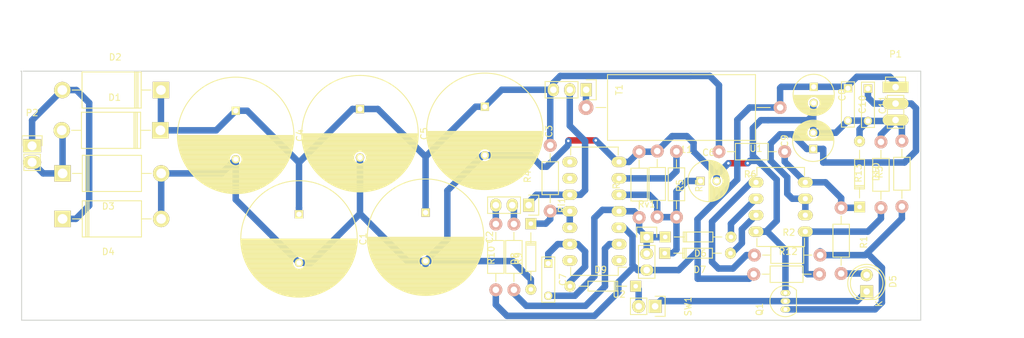
<source format=kicad_pcb>
(kicad_pcb (version 4) (host pcbnew 0.201602241539+6584~42~ubuntu14.04.1-product)

  (general
    (links 80)
    (no_connects 0)
    (area 66.853999 23.419999 205.942001 62.051001)
    (thickness 1.6)
    (drawings 8)
    (tracks 286)
    (zones 0)
    (modules 43)
    (nets 26)
  )

  (page A4)
  (layers
    (0 F.Cu signal)
    (31 B.Cu signal)
    (32 B.Adhes user)
    (33 F.Adhes user)
    (34 B.Paste user)
    (35 F.Paste user)
    (36 B.SilkS user)
    (37 F.SilkS user)
    (38 B.Mask user)
    (39 F.Mask user)
    (40 Dwgs.User user)
    (41 Cmts.User user)
    (42 Eco1.User user)
    (43 Eco2.User user)
    (44 Edge.Cuts user)
    (45 Margin user)
    (46 B.CrtYd user)
    (47 F.CrtYd user)
    (48 B.Fab user)
    (49 F.Fab user)
  )

  (setup
    (last_trace_width 1)
    (trace_clearance 0.2)
    (zone_clearance 0.508)
    (zone_45_only no)
    (trace_min 0.2)
    (segment_width 0.2)
    (edge_width 0.15)
    (via_size 0.6)
    (via_drill 0.4)
    (via_min_size 0.4)
    (via_min_drill 0.3)
    (uvia_size 0.3)
    (uvia_drill 0.1)
    (uvias_allowed no)
    (uvia_min_size 0.2)
    (uvia_min_drill 0.1)
    (pcb_text_width 0.3)
    (pcb_text_size 1.5 1.5)
    (mod_edge_width 0.15)
    (mod_text_size 1 1)
    (mod_text_width 0.15)
    (pad_size 4 1.7272)
    (pad_drill 1.016)
    (pad_to_mask_clearance 0.2)
    (aux_axis_origin 0 0)
    (visible_elements FFFFFF7F)
    (pcbplotparams
      (layerselection 0x00030_80000001)
      (usegerberextensions false)
      (excludeedgelayer true)
      (linewidth 1.000000)
      (plotframeref false)
      (viasonmask false)
      (mode 1)
      (useauxorigin false)
      (hpglpennumber 1)
      (hpglpenspeed 20)
      (hpglpendiameter 15)
      (psnegative false)
      (psa4output false)
      (plotreference true)
      (plotvalue true)
      (plotinvisibletext false)
      (padsonsilk false)
      (subtractmaskfromsilk false)
      (outputformat 1)
      (mirror false)
      (drillshape 1)
      (scaleselection 1)
      (outputdirectory ""))
  )

  (net 0 "")
  (net 1 /Vin)
  (net 2 GND)
  (net 3 "Net-(C6-Pad1)")
  (net 4 "Net-(C7-Pad1)")
  (net 5 "Net-(C7-Pad2)")
  (net 6 /Vout)
  (net 7 /Vhalf)
  (net 8 "Net-(D1-Pad2)")
  (net 9 "Net-(D2-Pad2)")
  (net 10 "Net-(D5-Pad1)")
  (net 11 "Net-(D5-Pad2)")
  (net 12 "Net-(D6-Pad2)")
  (net 13 "Net-(D7-Pad2)")
  (net 14 "Net-(D9-Pad1)")
  (net 15 "Net-(Q1-Pad1)")
  (net 16 /Voamp)
  (net 17 "Net-(R2-Pad1)")
  (net 18 /V723)
  (net 19 "Net-(R7-Pad1)")
  (net 20 "Net-(R9-Pad1)")
  (net 21 "Net-(R10-Pad1)")
  (net 22 "Net-(R10-Pad2)")
  (net 23 "Net-(R11-Pad2)")
  (net 24 "Net-(R12-Pad2)")
  (net 25 /Bt1)

  (net_class Default "This is the default net class."
    (clearance 0.2)
    (trace_width 1)
    (via_dia 0.6)
    (via_drill 0.4)
    (uvia_dia 0.3)
    (uvia_drill 0.1)
    (add_net /Bt1)
    (add_net /V723)
    (add_net /Vhalf)
    (add_net /Voamp)
    (add_net "Net-(C6-Pad1)")
    (add_net "Net-(C7-Pad1)")
    (add_net "Net-(C7-Pad2)")
    (add_net "Net-(D5-Pad1)")
    (add_net "Net-(D5-Pad2)")
    (add_net "Net-(D6-Pad2)")
    (add_net "Net-(D7-Pad2)")
    (add_net "Net-(D9-Pad1)")
    (add_net "Net-(Q1-Pad1)")
    (add_net "Net-(R10-Pad1)")
    (add_net "Net-(R10-Pad2)")
    (add_net "Net-(R12-Pad2)")
    (add_net "Net-(R2-Pad1)")
    (add_net "Net-(R7-Pad1)")
    (add_net "Net-(R9-Pad1)")
  )

  (net_class power ""
    (clearance 0.2)
    (trace_width 1)
    (via_dia 0.6)
    (via_drill 0.4)
    (uvia_dia 0.3)
    (uvia_drill 0.1)
    (add_net /Vin)
    (add_net /Vout)
    (add_net GND)
    (add_net "Net-(D1-Pad2)")
    (add_net "Net-(D2-Pad2)")
    (add_net "Net-(R11-Pad2)")
  )

  (module Diodes_ThroughHole:Diode_DO-35_SOD27_Horizontal_RM10 (layer F.Cu) (tedit 552FFC30) (tstamp 56743719)
    (at 196.4182 44.4754 90)
    (descr "Diode, DO-35,  SOD27, Horizontal, RM 10mm")
    (tags "Diode, DO-35, SOD27, Horizontal, RM 10mm, 1N4148,")
    (path /567166E2)
    (fp_text reference D10 (at 5.43052 2.53746 90) (layer F.SilkS)
      (effects (font (size 1 1) (thickness 0.15)))
    )
    (fp_text value ZENER (at 4.41452 -3.55854 90) (layer F.Fab)
      (effects (font (size 1 1) (thickness 0.15)))
    )
    (fp_line (start 7.36652 -0.00254) (end 8.76352 -0.00254) (layer F.SilkS) (width 0.15))
    (fp_line (start 2.92152 -0.00254) (end 1.39752 -0.00254) (layer F.SilkS) (width 0.15))
    (fp_line (start 3.30252 -0.76454) (end 3.30252 0.75946) (layer F.SilkS) (width 0.15))
    (fp_line (start 3.04852 -0.76454) (end 3.04852 0.75946) (layer F.SilkS) (width 0.15))
    (fp_line (start 2.79452 -0.00254) (end 2.79452 0.75946) (layer F.SilkS) (width 0.15))
    (fp_line (start 2.79452 0.75946) (end 7.36652 0.75946) (layer F.SilkS) (width 0.15))
    (fp_line (start 7.36652 0.75946) (end 7.36652 -0.76454) (layer F.SilkS) (width 0.15))
    (fp_line (start 7.36652 -0.76454) (end 2.79452 -0.76454) (layer F.SilkS) (width 0.15))
    (fp_line (start 2.79452 -0.76454) (end 2.79452 -0.00254) (layer F.SilkS) (width 0.15))
    (pad 2 thru_hole circle (at 10.16052 -0.00254 270) (size 1.69926 1.69926) (drill 0.70104) (layers *.Cu *.Mask F.SilkS)
      (net 2 GND))
    (pad 1 thru_hole rect (at 0.00052 -0.00254 270) (size 1.69926 1.69926) (drill 0.70104) (layers *.Cu *.Mask F.SilkS)
      (net 16 /Voamp))
    (model Diodes_ThroughHole.3dshapes/Diode_DO-35_SOD27_Horizontal_RM10.wrl
      (at (xyz 0.2 0 0))
      (scale (xyz 0.4 0.4 0.4))
      (rotate (xyz 0 0 180))
    )
  )

  (module Diodes_ThroughHole:Diode_DO-35_SOD27_Horizontal_RM10 (layer F.Cu) (tedit 552FFC30) (tstamp 5674370A)
    (at 145.6182 47.0535 270)
    (descr "Diode, DO-35,  SOD27, Horizontal, RM 10mm")
    (tags "Diode, DO-35, SOD27, Horizontal, RM 10mm, 1N4148,")
    (path /56716555)
    (fp_text reference D8 (at 5.43052 2.53746 270) (layer F.SilkS)
      (effects (font (size 1 1) (thickness 0.15)))
    )
    (fp_text value ZENER (at 4.41452 -3.55854 270) (layer F.Fab)
      (effects (font (size 1 1) (thickness 0.15)))
    )
    (fp_line (start 7.36652 -0.00254) (end 8.76352 -0.00254) (layer F.SilkS) (width 0.15))
    (fp_line (start 2.92152 -0.00254) (end 1.39752 -0.00254) (layer F.SilkS) (width 0.15))
    (fp_line (start 3.30252 -0.76454) (end 3.30252 0.75946) (layer F.SilkS) (width 0.15))
    (fp_line (start 3.04852 -0.76454) (end 3.04852 0.75946) (layer F.SilkS) (width 0.15))
    (fp_line (start 2.79452 -0.00254) (end 2.79452 0.75946) (layer F.SilkS) (width 0.15))
    (fp_line (start 2.79452 0.75946) (end 7.36652 0.75946) (layer F.SilkS) (width 0.15))
    (fp_line (start 7.36652 0.75946) (end 7.36652 -0.76454) (layer F.SilkS) (width 0.15))
    (fp_line (start 7.36652 -0.76454) (end 2.79452 -0.76454) (layer F.SilkS) (width 0.15))
    (fp_line (start 2.79452 -0.76454) (end 2.79452 -0.00254) (layer F.SilkS) (width 0.15))
    (pad 2 thru_hole circle (at 10.16052 -0.00254 90) (size 1.69926 1.69926) (drill 0.70104) (layers *.Cu *.Mask F.SilkS)
      (net 2 GND))
    (pad 1 thru_hole rect (at 0.00052 -0.00254 90) (size 1.69926 1.69926) (drill 0.70104) (layers *.Cu *.Mask F.SilkS)
      (net 18 /V723))
    (model Diodes_ThroughHole.3dshapes/Diode_DO-35_SOD27_Horizontal_RM10.wrl
      (at (xyz 0.2 0 0))
      (scale (xyz 0.4 0.4 0.4))
      (rotate (xyz 0 0 180))
    )
  )

  (module Housings_DIP:DIP-14_W7.62mm_LongPads (layer F.Cu) (tedit 54130A77) (tstamp 56753DBA)
    (at 159.258 52.7558 180)
    (descr "14-lead dip package, row spacing 7.62 mm (300 mils), longer pads")
    (tags "dil dip 2.54 300")
    (path /56714C18)
    (fp_text reference U2 (at 0 -5.22 180) (layer F.SilkS)
      (effects (font (size 1 1) (thickness 0.15)))
    )
    (fp_text value LM723 (at 0 -3.72 180) (layer F.Fab)
      (effects (font (size 1 1) (thickness 0.15)))
    )
    (fp_line (start -1.4 -2.45) (end -1.4 17.7) (layer F.CrtYd) (width 0.05))
    (fp_line (start 9 -2.45) (end 9 17.7) (layer F.CrtYd) (width 0.05))
    (fp_line (start -1.4 -2.45) (end 9 -2.45) (layer F.CrtYd) (width 0.05))
    (fp_line (start -1.4 17.7) (end 9 17.7) (layer F.CrtYd) (width 0.05))
    (fp_line (start 0.135 -2.295) (end 0.135 -1.025) (layer F.SilkS) (width 0.15))
    (fp_line (start 7.485 -2.295) (end 7.485 -1.025) (layer F.SilkS) (width 0.15))
    (fp_line (start 7.485 17.535) (end 7.485 16.265) (layer F.SilkS) (width 0.15))
    (fp_line (start 0.135 17.535) (end 0.135 16.265) (layer F.SilkS) (width 0.15))
    (fp_line (start 0.135 -2.295) (end 7.485 -2.295) (layer F.SilkS) (width 0.15))
    (fp_line (start 0.135 17.535) (end 7.485 17.535) (layer F.SilkS) (width 0.15))
    (fp_line (start 0.135 -1.025) (end -1.15 -1.025) (layer F.SilkS) (width 0.15))
    (pad 1 thru_hole oval (at 0 0 180) (size 2.3 1.6) (drill 0.8) (layers *.Cu *.Mask F.SilkS))
    (pad 2 thru_hole oval (at 0 2.54 180) (size 2.3 1.6) (drill 0.8) (layers *.Cu *.Mask F.SilkS)
      (net 21 "Net-(R10-Pad1)"))
    (pad 3 thru_hole oval (at 0 5.08 180) (size 2.3 1.6) (drill 0.8) (layers *.Cu *.Mask F.SilkS)
      (net 6 /Vout))
    (pad 4 thru_hole oval (at 0 7.62 180) (size 2.3 1.6) (drill 0.8) (layers *.Cu *.Mask F.SilkS)
      (net 5 "Net-(C7-Pad2)"))
    (pad 5 thru_hole oval (at 0 10.16 180) (size 2.3 1.6) (drill 0.8) (layers *.Cu *.Mask F.SilkS)
      (net 3 "Net-(C6-Pad1)"))
    (pad 6 thru_hole oval (at 0 12.7 180) (size 2.3 1.6) (drill 0.8) (layers *.Cu *.Mask F.SilkS)
      (net 19 "Net-(R7-Pad1)"))
    (pad 7 thru_hole oval (at 0 15.24 180) (size 2.3 1.6) (drill 0.8) (layers *.Cu *.Mask F.SilkS)
      (net 2 GND))
    (pad 8 thru_hole oval (at 7.62 15.24 180) (size 2.3 1.6) (drill 0.8) (layers *.Cu *.Mask F.SilkS))
    (pad 9 thru_hole oval (at 7.62 12.7 180) (size 2.3 1.6) (drill 0.8) (layers *.Cu *.Mask F.SilkS))
    (pad 10 thru_hole oval (at 7.62 10.16 180) (size 2.3 1.6) (drill 0.8) (layers *.Cu *.Mask F.SilkS)
      (net 25 /Bt1))
    (pad 11 thru_hole oval (at 7.62 7.62 180) (size 2.3 1.6) (drill 0.8) (layers *.Cu *.Mask F.SilkS)
      (net 18 /V723))
    (pad 12 thru_hole oval (at 7.62 5.08 180) (size 2.3 1.6) (drill 0.8) (layers *.Cu *.Mask F.SilkS)
      (net 18 /V723))
    (pad 13 thru_hole oval (at 7.62 2.54 180) (size 2.3 1.6) (drill 0.8) (layers *.Cu *.Mask F.SilkS)
      (net 4 "Net-(C7-Pad1)"))
    (pad 14 thru_hole oval (at 7.62 0 180) (size 2.3 1.6) (drill 0.8) (layers *.Cu *.Mask F.SilkS))
    (model Housings_DIP.3dshapes/DIP-14_W7.62mm_LongPads.wrl
      (at (xyz 0 0 0))
      (scale (xyz 1 1 1))
      (rotate (xyz 0 0 0))
    )
  )

  (module Housings_DIP:DIP-8_W7.62mm_LongPads (layer F.Cu) (tedit 54130A77) (tstamp 56753D9D)
    (at 180.4162 40.6654)
    (descr "8-lead dip package, row spacing 7.62 mm (300 mils), longer pads")
    (tags "dil dip 2.54 300")
    (path /56728054)
    (fp_text reference U1 (at 0 -5.22) (layer F.SilkS)
      (effects (font (size 1 1) (thickness 0.15)))
    )
    (fp_text value TL072 (at 0 -3.72) (layer F.Fab)
      (effects (font (size 1 1) (thickness 0.15)))
    )
    (fp_line (start -1.4 -2.45) (end -1.4 10.1) (layer F.CrtYd) (width 0.05))
    (fp_line (start 9 -2.45) (end 9 10.1) (layer F.CrtYd) (width 0.05))
    (fp_line (start -1.4 -2.45) (end 9 -2.45) (layer F.CrtYd) (width 0.05))
    (fp_line (start -1.4 10.1) (end 9 10.1) (layer F.CrtYd) (width 0.05))
    (fp_line (start 0.135 -2.295) (end 0.135 -1.025) (layer F.SilkS) (width 0.15))
    (fp_line (start 7.485 -2.295) (end 7.485 -1.025) (layer F.SilkS) (width 0.15))
    (fp_line (start 7.485 9.915) (end 7.485 8.645) (layer F.SilkS) (width 0.15))
    (fp_line (start 0.135 9.915) (end 0.135 8.645) (layer F.SilkS) (width 0.15))
    (fp_line (start 0.135 -2.295) (end 7.485 -2.295) (layer F.SilkS) (width 0.15))
    (fp_line (start 0.135 9.915) (end 7.485 9.915) (layer F.SilkS) (width 0.15))
    (fp_line (start 0.135 -1.025) (end -1.15 -1.025) (layer F.SilkS) (width 0.15))
    (pad 1 thru_hole oval (at 0 0) (size 2.3 1.6) (drill 0.8) (layers *.Cu *.Mask F.SilkS)
      (net 17 "Net-(R2-Pad1)"))
    (pad 2 thru_hole oval (at 0 2.54) (size 2.3 1.6) (drill 0.8) (layers *.Cu *.Mask F.SilkS)
      (net 12 "Net-(D6-Pad2)"))
    (pad 3 thru_hole oval (at 0 5.08) (size 2.3 1.6) (drill 0.8) (layers *.Cu *.Mask F.SilkS)
      (net 13 "Net-(D7-Pad2)"))
    (pad 4 thru_hole oval (at 0 7.62) (size 2.3 1.6) (drill 0.8) (layers *.Cu *.Mask F.SilkS)
      (net 2 GND))
    (pad 5 thru_hole oval (at 7.62 7.62) (size 2.3 1.6) (drill 0.8) (layers *.Cu *.Mask F.SilkS)
      (net 24 "Net-(R12-Pad2)"))
    (pad 6 thru_hole oval (at 7.62 5.08) (size 2.3 1.6) (drill 0.8) (layers *.Cu *.Mask F.SilkS)
      (net 7 /Vhalf))
    (pad 7 thru_hole oval (at 7.62 2.54) (size 2.3 1.6) (drill 0.8) (layers *.Cu *.Mask F.SilkS)
      (net 7 /Vhalf))
    (pad 8 thru_hole oval (at 7.62 0) (size 2.3 1.6) (drill 0.8) (layers *.Cu *.Mask F.SilkS)
      (net 16 /Voamp))
    (model Housings_DIP.3dshapes/DIP-8_W7.62mm_LongPads.wrl
      (at (xyz 0 0 0))
      (scale (xyz 1 1 1))
      (rotate (xyz 0 0 0))
    )
  )

  (module Pin_Headers:Pin_Header_Straight_1x03 (layer F.Cu) (tedit 0) (tstamp 56753D86)
    (at 154.178 26.3652 270)
    (descr "Through hole pin header")
    (tags "pin header")
    (path /56714C93)
    (fp_text reference T1 (at 0 -5.1 270) (layer F.SilkS)
      (effects (font (size 1 1) (thickness 0.15)))
    )
    (fp_text value 2N3055 (at 0 -3.1 270) (layer F.Fab)
      (effects (font (size 1 1) (thickness 0.15)))
    )
    (fp_line (start -1.75 -1.75) (end -1.75 6.85) (layer F.CrtYd) (width 0.05))
    (fp_line (start 1.75 -1.75) (end 1.75 6.85) (layer F.CrtYd) (width 0.05))
    (fp_line (start -1.75 -1.75) (end 1.75 -1.75) (layer F.CrtYd) (width 0.05))
    (fp_line (start -1.75 6.85) (end 1.75 6.85) (layer F.CrtYd) (width 0.05))
    (fp_line (start -1.27 1.27) (end -1.27 6.35) (layer F.SilkS) (width 0.15))
    (fp_line (start -1.27 6.35) (end 1.27 6.35) (layer F.SilkS) (width 0.15))
    (fp_line (start 1.27 6.35) (end 1.27 1.27) (layer F.SilkS) (width 0.15))
    (fp_line (start 1.55 -1.55) (end 1.55 0) (layer F.SilkS) (width 0.15))
    (fp_line (start 1.27 1.27) (end -1.27 1.27) (layer F.SilkS) (width 0.15))
    (fp_line (start -1.55 0) (end -1.55 -1.55) (layer F.SilkS) (width 0.15))
    (fp_line (start -1.55 -1.55) (end 1.55 -1.55) (layer F.SilkS) (width 0.15))
    (pad 1 thru_hole rect (at 0 0 270) (size 2.032 1.7272) (drill 1.016) (layers *.Cu *.Mask F.SilkS)
      (net 23 "Net-(R11-Pad2)"))
    (pad 2 thru_hole oval (at 0 2.54 270) (size 2.032 1.7272) (drill 1.016) (layers *.Cu *.Mask F.SilkS)
      (net 25 /Bt1))
    (pad 3 thru_hole oval (at 0 5.08 270) (size 2.032 1.7272) (drill 1.016) (layers *.Cu *.Mask F.SilkS)
      (net 1 /Vin))
    (model Pin_Headers.3dshapes/Pin_Header_Straight_1x03.wrl
      (at (xyz 0 -0.1 0))
      (scale (xyz 1 1 1))
      (rotate (xyz 0 0 90))
    )
  )

  (module Pin_Headers:Pin_Header_Straight_1x02 (layer F.Cu) (tedit 54EA090C) (tstamp 56753D74)
    (at 164.8206 59.8297 270)
    (descr "Through hole pin header")
    (tags "pin header")
    (path /5674D206)
    (fp_text reference SW1 (at 0 -5.1 270) (layer F.SilkS)
      (effects (font (size 1 1) (thickness 0.15)))
    )
    (fp_text value SPST (at 0 -3.1 270) (layer F.Fab)
      (effects (font (size 1 1) (thickness 0.15)))
    )
    (fp_line (start 1.27 1.27) (end 1.27 3.81) (layer F.SilkS) (width 0.15))
    (fp_line (start 1.55 -1.55) (end 1.55 0) (layer F.SilkS) (width 0.15))
    (fp_line (start -1.75 -1.75) (end -1.75 4.3) (layer F.CrtYd) (width 0.05))
    (fp_line (start 1.75 -1.75) (end 1.75 4.3) (layer F.CrtYd) (width 0.05))
    (fp_line (start -1.75 -1.75) (end 1.75 -1.75) (layer F.CrtYd) (width 0.05))
    (fp_line (start -1.75 4.3) (end 1.75 4.3) (layer F.CrtYd) (width 0.05))
    (fp_line (start 1.27 1.27) (end -1.27 1.27) (layer F.SilkS) (width 0.15))
    (fp_line (start -1.55 0) (end -1.55 -1.55) (layer F.SilkS) (width 0.15))
    (fp_line (start -1.55 -1.55) (end 1.55 -1.55) (layer F.SilkS) (width 0.15))
    (fp_line (start -1.27 1.27) (end -1.27 3.81) (layer F.SilkS) (width 0.15))
    (fp_line (start -1.27 3.81) (end 1.27 3.81) (layer F.SilkS) (width 0.15))
    (pad 1 thru_hole rect (at 0 0 270) (size 2.032 2.032) (drill 1.016) (layers *.Cu *.Mask F.SilkS)
      (net 10 "Net-(D5-Pad1)"))
    (pad 2 thru_hole oval (at 0 2.54 270) (size 2.032 2.032) (drill 1.016) (layers *.Cu *.Mask F.SilkS)
      (net 14 "Net-(D9-Pad1)"))
    (model Pin_Headers.3dshapes/Pin_Header_Straight_1x02.wrl
      (at (xyz 0 -0.05 0))
      (scale (xyz 1 1 1))
      (rotate (xyz 0 0 90))
    )
  )

  (module Pin_Headers:Pin_Header_Straight_1x03 (layer F.Cu) (tedit 0) (tstamp 56753D63)
    (at 163.5252 49.149)
    (descr "Through hole pin header")
    (tags "pin header")
    (path /5671BE81)
    (fp_text reference Rv1 (at 0 -5.1) (layer F.SilkS)
      (effects (font (size 1 1) (thickness 0.15)))
    )
    (fp_text value 1k (at 0 -3.1) (layer F.Fab)
      (effects (font (size 1 1) (thickness 0.15)))
    )
    (fp_line (start -1.75 -1.75) (end -1.75 6.85) (layer F.CrtYd) (width 0.05))
    (fp_line (start 1.75 -1.75) (end 1.75 6.85) (layer F.CrtYd) (width 0.05))
    (fp_line (start -1.75 -1.75) (end 1.75 -1.75) (layer F.CrtYd) (width 0.05))
    (fp_line (start -1.75 6.85) (end 1.75 6.85) (layer F.CrtYd) (width 0.05))
    (fp_line (start -1.27 1.27) (end -1.27 6.35) (layer F.SilkS) (width 0.15))
    (fp_line (start -1.27 6.35) (end 1.27 6.35) (layer F.SilkS) (width 0.15))
    (fp_line (start 1.27 6.35) (end 1.27 1.27) (layer F.SilkS) (width 0.15))
    (fp_line (start 1.55 -1.55) (end 1.55 0) (layer F.SilkS) (width 0.15))
    (fp_line (start 1.27 1.27) (end -1.27 1.27) (layer F.SilkS) (width 0.15))
    (fp_line (start -1.55 0) (end -1.55 -1.55) (layer F.SilkS) (width 0.15))
    (fp_line (start -1.55 -1.55) (end 1.55 -1.55) (layer F.SilkS) (width 0.15))
    (pad 1 thru_hole rect (at 0 0) (size 2.032 1.7272) (drill 1.016) (layers *.Cu *.Mask F.SilkS)
      (net 5 "Net-(C7-Pad2)"))
    (pad 2 thru_hole oval (at 0 2.54) (size 2.032 1.7272) (drill 1.016) (layers *.Cu *.Mask F.SilkS)
      (net 5 "Net-(C7-Pad2)"))
    (pad 3 thru_hole oval (at 0 5.08) (size 2.032 1.7272) (drill 1.016) (layers *.Cu *.Mask F.SilkS)
      (net 6 /Vout))
    (model Pin_Headers.3dshapes/Pin_Header_Straight_1x03.wrl
      (at (xyz 0 -0.1 0))
      (scale (xyz 1 1 1))
      (rotate (xyz 0 0 90))
    )
  )

  (module Pin_Headers:Pin_Header_Straight_1x03 (layer F.Cu) (tedit 0) (tstamp 56753D51)
    (at 145.288 44.196 270)
    (descr "Through hole pin header")
    (tags "pin header")
    (path /567177D5)
    (fp_text reference Ri1 (at 0 -5.1 270) (layer F.SilkS)
      (effects (font (size 1 1) (thickness 0.15)))
    )
    (fp_text value 1k (at 0 -3.1 270) (layer F.Fab)
      (effects (font (size 1 1) (thickness 0.15)))
    )
    (fp_line (start -1.75 -1.75) (end -1.75 6.85) (layer F.CrtYd) (width 0.05))
    (fp_line (start 1.75 -1.75) (end 1.75 6.85) (layer F.CrtYd) (width 0.05))
    (fp_line (start -1.75 -1.75) (end 1.75 -1.75) (layer F.CrtYd) (width 0.05))
    (fp_line (start -1.75 6.85) (end 1.75 6.85) (layer F.CrtYd) (width 0.05))
    (fp_line (start -1.27 1.27) (end -1.27 6.35) (layer F.SilkS) (width 0.15))
    (fp_line (start -1.27 6.35) (end 1.27 6.35) (layer F.SilkS) (width 0.15))
    (fp_line (start 1.27 6.35) (end 1.27 1.27) (layer F.SilkS) (width 0.15))
    (fp_line (start 1.55 -1.55) (end 1.55 0) (layer F.SilkS) (width 0.15))
    (fp_line (start 1.27 1.27) (end -1.27 1.27) (layer F.SilkS) (width 0.15))
    (fp_line (start -1.55 0) (end -1.55 -1.55) (layer F.SilkS) (width 0.15))
    (fp_line (start -1.55 -1.55) (end 1.55 -1.55) (layer F.SilkS) (width 0.15))
    (pad 1 thru_hole rect (at 0 0 270) (size 2.032 1.7272) (drill 1.016) (layers *.Cu *.Mask F.SilkS)
      (net 25 /Bt1))
    (pad 2 thru_hole oval (at 0 2.54 270) (size 2.032 1.7272) (drill 1.016) (layers *.Cu *.Mask F.SilkS)
      (net 22 "Net-(R10-Pad2)"))
    (pad 3 thru_hole oval (at 0 5.08 270) (size 2.032 1.7272) (drill 1.016) (layers *.Cu *.Mask F.SilkS)
      (net 20 "Net-(R9-Pad1)"))
    (model Pin_Headers.3dshapes/Pin_Header_Straight_1x03.wrl
      (at (xyz 0 -0.1 0))
      (scale (xyz 1 1 1))
      (rotate (xyz 0 0 90))
    )
  )

  (module Resistors_ThroughHole:Resistor_Horizontal_RM30mm (layer F.Cu) (tedit 53F563B7) (tstamp 56753D27)
    (at 169.1386 29.1084 180)
    (descr "Resistor, Axial, RM 30mm,")
    (tags "Resistor, Axial, RM 30mm,")
    (path /56716178)
    (fp_text reference R11 (at 0 -6.49986 180) (layer F.SilkS)
      (effects (font (size 1 1) (thickness 0.15)))
    )
    (fp_text value 4R4 (at 0 8.49884 180) (layer F.Fab)
      (effects (font (size 1 1) (thickness 0.15)))
    )
    (fp_line (start -11.44524 0) (end -13.47724 0) (layer F.SilkS) (width 0.15))
    (fp_line (start 11.92276 0) (end 13.44676 0) (layer F.SilkS) (width 0.15))
    (fp_line (start -11.19124 -5.08) (end 11.66876 -5.08) (layer F.SilkS) (width 0.15))
    (fp_line (start 11.66876 -5.08) (end 11.66876 5.08) (layer F.SilkS) (width 0.15))
    (fp_line (start 11.66876 5.08) (end -11.19124 5.08) (layer F.SilkS) (width 0.15))
    (fp_line (start -11.19124 5.08) (end -11.19124 -5.08) (layer F.SilkS) (width 0.15))
    (pad 1 thru_hole circle (at -15 0 180) (size 1.99898 1.99898) (drill 1.00076) (layers *.Cu *.SilkS *.Mask)
      (net 6 /Vout))
    (pad 2 thru_hole circle (at 15 0 180) (size 2.30124 2.30124) (drill 1.19888) (layers *.Cu *.SilkS *.Mask)
      (net 23 "Net-(R11-Pad2)"))
  )

  (module TO_SOT_Packages_THT:TO-92_Inline_Narrow_Oval (layer F.Cu) (tedit 54F24281) (tstamp 56753CA3)
    (at 184.9628 60.2996 90)
    (descr "TO-92 leads in-line, narrow, oval pads, drill 0.6mm (see NXP sot054_po.pdf)")
    (tags "to-92 sc-43 sc-43a sot54 PA33 transistor")
    (path /5672AE66)
    (fp_text reference Q1 (at 0 -4 90) (layer F.SilkS)
      (effects (font (size 1 1) (thickness 0.15)))
    )
    (fp_text value Q_NPN_BCE (at 0 3 90) (layer F.Fab)
      (effects (font (size 1 1) (thickness 0.15)))
    )
    (fp_line (start -1.4 1.95) (end -1.4 -2.65) (layer F.CrtYd) (width 0.05))
    (fp_line (start -1.4 1.95) (end 3.95 1.95) (layer F.CrtYd) (width 0.05))
    (fp_line (start -0.43 1.7) (end 2.97 1.7) (layer F.SilkS) (width 0.15))
    (fp_arc (start 1.27 0) (end 1.27 -2.4) (angle -135) (layer F.SilkS) (width 0.15))
    (fp_arc (start 1.27 0) (end 1.27 -2.4) (angle 135) (layer F.SilkS) (width 0.15))
    (fp_line (start -1.4 -2.65) (end 3.95 -2.65) (layer F.CrtYd) (width 0.05))
    (fp_line (start 3.95 1.95) (end 3.95 -2.65) (layer F.CrtYd) (width 0.05))
    (pad 2 thru_hole oval (at 1.27 0 270) (size 0.89916 1.50114) (drill 0.6) (layers *.Cu *.Mask F.SilkS)
      (net 10 "Net-(D5-Pad1)"))
    (pad 3 thru_hole oval (at 2.54 0 270) (size 0.89916 1.50114) (drill 0.6) (layers *.Cu *.Mask F.SilkS)
      (net 2 GND))
    (pad 1 thru_hole oval (at 0 0 270) (size 0.89916 1.50114) (drill 0.6) (layers *.Cu *.Mask F.SilkS)
      (net 15 "Net-(Q1-Pad1)"))
    (model TO_SOT_Packages_THT.3dshapes/TO-92_Inline_Narrow_Oval.wrl
      (at (xyz 0.05 0 0))
      (scale (xyz 1 1 1))
      (rotate (xyz 0 0 -90))
    )
  )

  (module Pin_Headers:Pin_Header_Straight_1x02 (layer F.Cu) (tedit 5672D918) (tstamp 56753C95)
    (at 68.54444 35.0266)
    (descr "Through hole pin header")
    (tags "pin header")
    (path /5676EA55)
    (fp_text reference P2 (at 0 -5.1) (layer F.SilkS)
      (effects (font (size 1 1) (thickness 0.15)))
    )
    (fp_text value CONN_01X02 (at 0 -3.1) (layer F.Fab)
      (effects (font (size 1 1) (thickness 0.15)))
    )
    (fp_line (start 1.27 1.27) (end 1.27 3.81) (layer F.SilkS) (width 0.15))
    (fp_line (start 1.55 -1.55) (end 1.55 0) (layer F.SilkS) (width 0.15))
    (fp_line (start -1.75 -1.75) (end -1.75 4.3) (layer F.CrtYd) (width 0.05))
    (fp_line (start 1.75 -1.75) (end 1.75 4.3) (layer F.CrtYd) (width 0.05))
    (fp_line (start -1.75 -1.75) (end 1.75 -1.75) (layer F.CrtYd) (width 0.05))
    (fp_line (start -1.75 4.3) (end 1.75 4.3) (layer F.CrtYd) (width 0.05))
    (fp_line (start 1.27 1.27) (end -1.27 1.27) (layer F.SilkS) (width 0.15))
    (fp_line (start -1.55 0) (end -1.55 -1.55) (layer F.SilkS) (width 0.15))
    (fp_line (start -1.55 -1.55) (end 1.55 -1.55) (layer F.SilkS) (width 0.15))
    (fp_line (start -1.27 1.27) (end -1.27 3.81) (layer F.SilkS) (width 0.15))
    (fp_line (start -1.27 3.81) (end 1.27 3.81) (layer F.SilkS) (width 0.15))
    (pad 1 thru_hole rect (at 0 0) (size 2.8 2.032) (drill 1.4) (layers *.Cu *.Mask F.SilkS)
      (net 9 "Net-(D2-Pad2)"))
    (pad 2 thru_hole oval (at 0 2.54) (size 2.8 2.032) (drill 1.4) (layers *.Cu *.Mask F.SilkS)
      (net 8 "Net-(D1-Pad2)"))
    (model Pin_Headers.3dshapes/Pin_Header_Straight_1x02.wrl
      (at (xyz 0 -0.05 0))
      (scale (xyz 1 1 1))
      (rotate (xyz 0 0 90))
    )
  )

  (module Pin_Headers:Pin_Header_Straight_1x03 (layer F.Cu) (tedit 56CF1002) (tstamp 56753C84)
    (at 201.9808 25.9588)
    (descr "Through hole pin header")
    (tags "pin header")
    (path /5672192A)
    (fp_text reference P1 (at 0 -5.1) (layer F.SilkS)
      (effects (font (size 1 1) (thickness 0.15)))
    )
    (fp_text value CONN_01X03 (at 0 -3.1) (layer F.Fab)
      (effects (font (size 1 1) (thickness 0.15)))
    )
    (fp_line (start -1.75 -1.75) (end -1.75 6.85) (layer F.CrtYd) (width 0.05))
    (fp_line (start 1.75 -1.75) (end 1.75 6.85) (layer F.CrtYd) (width 0.05))
    (fp_line (start -1.75 -1.75) (end 1.75 -1.75) (layer F.CrtYd) (width 0.05))
    (fp_line (start -1.75 6.85) (end 1.75 6.85) (layer F.CrtYd) (width 0.05))
    (fp_line (start -1.27 1.27) (end -1.27 6.35) (layer F.SilkS) (width 0.15))
    (fp_line (start -1.27 6.35) (end 1.27 6.35) (layer F.SilkS) (width 0.15))
    (fp_line (start 1.27 6.35) (end 1.27 1.27) (layer F.SilkS) (width 0.15))
    (fp_line (start 1.55 -1.55) (end 1.55 0) (layer F.SilkS) (width 0.15))
    (fp_line (start 1.27 1.27) (end -1.27 1.27) (layer F.SilkS) (width 0.15))
    (fp_line (start -1.55 0) (end -1.55 -1.55) (layer F.SilkS) (width 0.15))
    (fp_line (start -1.55 -1.55) (end 1.55 -1.55) (layer F.SilkS) (width 0.15))
    (pad 1 thru_hole rect (at 0 0) (size 4 1.7272) (drill 1.016) (layers *.Cu *.Mask F.SilkS)
      (net 6 /Vout))
    (pad 2 thru_hole oval (at 0 2.54) (size 4 1.7272) (drill 1.016) (layers *.Cu *.Mask F.SilkS)
      (net 7 /Vhalf))
    (pad 3 thru_hole oval (at 0 5.08) (size 4 1.7272) (drill 1.016) (layers *.Cu *.Mask F.SilkS)
      (net 2 GND))
    (model Pin_Headers.3dshapes/Pin_Header_Straight_1x03.wrl
      (at (xyz 0 -0.1 0))
      (scale (xyz 1 1 1))
      (rotate (xyz 0 0 90))
    )
  )

  (module Diodes_ThroughHole:Diode_DO-35_SOD27_Horizontal_RM10 (layer F.Cu) (tedit 552FFC30) (tstamp 56753C72)
    (at 161.8234 56.7182 180)
    (descr "Diode, DO-35,  SOD27, Horizontal, RM 10mm")
    (tags "Diode, DO-35, SOD27, Horizontal, RM 10mm, 1N4148,")
    (path /5672E235)
    (fp_text reference D9 (at 5.43052 2.53746 180) (layer F.SilkS)
      (effects (font (size 1 1) (thickness 0.15)))
    )
    (fp_text value 1n4148 (at 4.41452 -3.55854 180) (layer F.Fab)
      (effects (font (size 1 1) (thickness 0.15)))
    )
    (fp_line (start 7.36652 -0.00254) (end 8.76352 -0.00254) (layer F.SilkS) (width 0.15))
    (fp_line (start 2.92152 -0.00254) (end 1.39752 -0.00254) (layer F.SilkS) (width 0.15))
    (fp_line (start 3.30252 -0.76454) (end 3.30252 0.75946) (layer F.SilkS) (width 0.15))
    (fp_line (start 3.04852 -0.76454) (end 3.04852 0.75946) (layer F.SilkS) (width 0.15))
    (fp_line (start 2.79452 -0.00254) (end 2.79452 0.75946) (layer F.SilkS) (width 0.15))
    (fp_line (start 2.79452 0.75946) (end 7.36652 0.75946) (layer F.SilkS) (width 0.15))
    (fp_line (start 7.36652 0.75946) (end 7.36652 -0.76454) (layer F.SilkS) (width 0.15))
    (fp_line (start 7.36652 -0.76454) (end 2.79452 -0.76454) (layer F.SilkS) (width 0.15))
    (fp_line (start 2.79452 -0.76454) (end 2.79452 -0.00254) (layer F.SilkS) (width 0.15))
    (pad 2 thru_hole circle (at 10.16052 -0.00254) (size 1.69926 1.69926) (drill 0.70104) (layers *.Cu *.Mask F.SilkS)
      (net 4 "Net-(C7-Pad1)"))
    (pad 1 thru_hole rect (at 0.00052 -0.00254) (size 1.69926 1.69926) (drill 0.70104) (layers *.Cu *.Mask F.SilkS)
      (net 14 "Net-(D9-Pad1)"))
    (model Diodes_ThroughHole.3dshapes/Diode_DO-35_SOD27_Horizontal_RM10.wrl
      (at (xyz 0.2 0 0))
      (scale (xyz 0.4 0.4 0.4))
      (rotate (xyz 0 0 180))
    )
  )

  (module Diodes_ThroughHole:Diode_DO-35_SOD27_Horizontal_RM10 (layer F.Cu) (tedit 552FFC30) (tstamp 56753C63)
    (at 166.3065 51.6255)
    (descr "Diode, DO-35,  SOD27, Horizontal, RM 10mm")
    (tags "Diode, DO-35, SOD27, Horizontal, RM 10mm, 1N4148,")
    (path /56726F52)
    (fp_text reference D7 (at 5.43052 2.53746) (layer F.SilkS)
      (effects (font (size 1 1) (thickness 0.15)))
    )
    (fp_text value 1n4148 (at 4.41452 -3.55854) (layer F.Fab)
      (effects (font (size 1 1) (thickness 0.15)))
    )
    (fp_line (start 7.36652 -0.00254) (end 8.76352 -0.00254) (layer F.SilkS) (width 0.15))
    (fp_line (start 2.92152 -0.00254) (end 1.39752 -0.00254) (layer F.SilkS) (width 0.15))
    (fp_line (start 3.30252 -0.76454) (end 3.30252 0.75946) (layer F.SilkS) (width 0.15))
    (fp_line (start 3.04852 -0.76454) (end 3.04852 0.75946) (layer F.SilkS) (width 0.15))
    (fp_line (start 2.79452 -0.00254) (end 2.79452 0.75946) (layer F.SilkS) (width 0.15))
    (fp_line (start 2.79452 0.75946) (end 7.36652 0.75946) (layer F.SilkS) (width 0.15))
    (fp_line (start 7.36652 0.75946) (end 7.36652 -0.76454) (layer F.SilkS) (width 0.15))
    (fp_line (start 7.36652 -0.76454) (end 2.79452 -0.76454) (layer F.SilkS) (width 0.15))
    (fp_line (start 2.79452 -0.76454) (end 2.79452 -0.00254) (layer F.SilkS) (width 0.15))
    (pad 2 thru_hole circle (at 10.16052 -0.00254 180) (size 1.69926 1.69926) (drill 0.70104) (layers *.Cu *.Mask F.SilkS)
      (net 13 "Net-(D7-Pad2)"))
    (pad 1 thru_hole rect (at 0.00052 -0.00254 180) (size 1.69926 1.69926) (drill 0.70104) (layers *.Cu *.Mask F.SilkS)
      (net 3 "Net-(C6-Pad1)"))
    (model Diodes_ThroughHole.3dshapes/Diode_DO-35_SOD27_Horizontal_RM10.wrl
      (at (xyz 0.2 0 0))
      (scale (xyz 0.4 0.4 0.4))
      (rotate (xyz 0 0 180))
    )
  )

  (module Diodes_ThroughHole:Diode_DO-35_SOD27_Horizontal_RM10 (layer F.Cu) (tedit 552FFC30) (tstamp 56753C54)
    (at 166.3827 49.1109)
    (descr "Diode, DO-35,  SOD27, Horizontal, RM 10mm")
    (tags "Diode, DO-35, SOD27, Horizontal, RM 10mm, 1N4148,")
    (path /56726EC4)
    (fp_text reference D6 (at 5.43052 2.53746) (layer F.SilkS)
      (effects (font (size 1 1) (thickness 0.15)))
    )
    (fp_text value 1n4148 (at 4.41452 -3.55854) (layer F.Fab)
      (effects (font (size 1 1) (thickness 0.15)))
    )
    (fp_line (start 7.36652 -0.00254) (end 8.76352 -0.00254) (layer F.SilkS) (width 0.15))
    (fp_line (start 2.92152 -0.00254) (end 1.39752 -0.00254) (layer F.SilkS) (width 0.15))
    (fp_line (start 3.30252 -0.76454) (end 3.30252 0.75946) (layer F.SilkS) (width 0.15))
    (fp_line (start 3.04852 -0.76454) (end 3.04852 0.75946) (layer F.SilkS) (width 0.15))
    (fp_line (start 2.79452 -0.00254) (end 2.79452 0.75946) (layer F.SilkS) (width 0.15))
    (fp_line (start 2.79452 0.75946) (end 7.36652 0.75946) (layer F.SilkS) (width 0.15))
    (fp_line (start 7.36652 0.75946) (end 7.36652 -0.76454) (layer F.SilkS) (width 0.15))
    (fp_line (start 7.36652 -0.76454) (end 2.79452 -0.76454) (layer F.SilkS) (width 0.15))
    (fp_line (start 2.79452 -0.76454) (end 2.79452 -0.00254) (layer F.SilkS) (width 0.15))
    (pad 2 thru_hole circle (at 10.16052 -0.00254 180) (size 1.69926 1.69926) (drill 0.70104) (layers *.Cu *.Mask F.SilkS)
      (net 12 "Net-(D6-Pad2)"))
    (pad 1 thru_hole rect (at 0.00052 -0.00254 180) (size 1.69926 1.69926) (drill 0.70104) (layers *.Cu *.Mask F.SilkS)
      (net 5 "Net-(C7-Pad2)"))
    (model Diodes_ThroughHole.3dshapes/Diode_DO-35_SOD27_Horizontal_RM10.wrl
      (at (xyz 0.2 0 0))
      (scale (xyz 0.4 0.4 0.4))
      (rotate (xyz 0 0 180))
    )
  )

  (module LEDs:LED-5MM (layer F.Cu) (tedit 5570F7EA) (tstamp 56753C45)
    (at 197.5104 57.531 90)
    (descr "LED 5mm round vertical")
    (tags "LED 5mm round vertical")
    (path /56730594)
    (fp_text reference D5 (at 1.524 4.064 90) (layer F.SilkS)
      (effects (font (size 1 1) (thickness 0.15)))
    )
    (fp_text value LED (at 1.524 -3.937 90) (layer F.Fab)
      (effects (font (size 1 1) (thickness 0.15)))
    )
    (fp_line (start -1.5 -1.55) (end -1.5 1.55) (layer F.CrtYd) (width 0.05))
    (fp_arc (start 1.3 0) (end -1.5 1.55) (angle -302) (layer F.CrtYd) (width 0.05))
    (fp_arc (start 1.27 0) (end -1.23 -1.5) (angle 297.5) (layer F.SilkS) (width 0.15))
    (fp_line (start -1.23 1.5) (end -1.23 -1.5) (layer F.SilkS) (width 0.15))
    (fp_circle (center 1.27 0) (end 0.97 -2.5) (layer F.SilkS) (width 0.15))
    (fp_text user K (at -1.905 1.905 90) (layer F.SilkS)
      (effects (font (size 1 1) (thickness 0.15)))
    )
    (pad 1 thru_hole rect (at 0 0 180) (size 2 1.9) (drill 1.00076) (layers *.Cu *.Mask F.SilkS)
      (net 10 "Net-(D5-Pad1)"))
    (pad 2 thru_hole circle (at 2.54 0 90) (size 1.9 1.9) (drill 1.00076) (layers *.Cu *.Mask F.SilkS)
      (net 11 "Net-(D5-Pad2)"))
    (model LEDs.3dshapes/LED-5MM.wrl
      (at (xyz 0.05 0 0))
      (scale (xyz 1 1 1))
      (rotate (xyz 0 0 90))
    )
  )

  (module Diodes_ThroughHole:Diode_DO-201AD_Horizontal_RM15 (layer F.Cu) (tedit 552FFBC7) (tstamp 56753C39)
    (at 73.2536 46.31944)
    (descr "Diode DO-201AD Horizontal")
    (tags "Diode DO-201AD Horizontal SB320 SB340 SB360")
    (path /56714CEA)
    (fp_text reference D4 (at 7.06722 5.07704) (layer F.SilkS)
      (effects (font (size 1 1) (thickness 0.15)))
    )
    (fp_text value 1N5406 (at 7.82922 -4.82896) (layer F.Fab)
      (effects (font (size 1 1) (thickness 0.15)))
    )
    (fp_line (start 12.19322 -0.00296) (end 13.71722 -0.00296) (layer F.SilkS) (width 0.15))
    (fp_line (start 3.04922 -0.00296) (end 1.52522 -0.00296) (layer F.SilkS) (width 0.15))
    (fp_line (start 4.06522 -2.79696) (end 4.06522 2.79104) (layer F.SilkS) (width 0.15))
    (fp_line (start 3.81122 -2.79696) (end 3.81122 2.79104) (layer F.SilkS) (width 0.15))
    (fp_line (start 3.55722 -2.79696) (end 3.55722 2.79104) (layer F.SilkS) (width 0.15))
    (fp_line (start 3.04922 2.79104) (end 3.04922 -2.79696) (layer F.SilkS) (width 0.15))
    (fp_line (start 3.04922 -2.79696) (end 12.19322 -2.79696) (layer F.SilkS) (width 0.15))
    (fp_line (start 12.19322 -2.79696) (end 12.19322 2.79104) (layer F.SilkS) (width 0.15))
    (fp_line (start 12.19322 2.79104) (end 3.04922 2.79104) (layer F.SilkS) (width 0.15))
    (pad 2 thru_hole circle (at 15.24122 -0.00296 180) (size 2.54 2.54) (drill 1.50114) (layers *.Cu *.Mask F.SilkS)
      (net 2 GND))
    (pad 1 thru_hole rect (at 0.00122 -0.00296 180) (size 2.54 2.54) (drill 1.50114) (layers *.Cu *.Mask F.SilkS)
      (net 9 "Net-(D2-Pad2)"))
  )

  (module Diodes_ThroughHole:Diode_DO-201AD_Horizontal_RM15 (layer F.Cu) (tedit 552FFBC7) (tstamp 56753C2A)
    (at 73.2536 39.2938)
    (descr "Diode DO-201AD Horizontal")
    (tags "Diode DO-201AD Horizontal SB320 SB340 SB360")
    (path /56715C35)
    (fp_text reference D3 (at 7.06722 5.07704) (layer F.SilkS)
      (effects (font (size 1 1) (thickness 0.15)))
    )
    (fp_text value 1N5406 (at 7.82922 -4.82896) (layer F.Fab)
      (effects (font (size 1 1) (thickness 0.15)))
    )
    (fp_line (start 12.19322 -0.00296) (end 13.71722 -0.00296) (layer F.SilkS) (width 0.15))
    (fp_line (start 3.04922 -0.00296) (end 1.52522 -0.00296) (layer F.SilkS) (width 0.15))
    (fp_line (start 4.06522 -2.79696) (end 4.06522 2.79104) (layer F.SilkS) (width 0.15))
    (fp_line (start 3.81122 -2.79696) (end 3.81122 2.79104) (layer F.SilkS) (width 0.15))
    (fp_line (start 3.55722 -2.79696) (end 3.55722 2.79104) (layer F.SilkS) (width 0.15))
    (fp_line (start 3.04922 2.79104) (end 3.04922 -2.79696) (layer F.SilkS) (width 0.15))
    (fp_line (start 3.04922 -2.79696) (end 12.19322 -2.79696) (layer F.SilkS) (width 0.15))
    (fp_line (start 12.19322 -2.79696) (end 12.19322 2.79104) (layer F.SilkS) (width 0.15))
    (fp_line (start 12.19322 2.79104) (end 3.04922 2.79104) (layer F.SilkS) (width 0.15))
    (pad 2 thru_hole circle (at 15.24122 -0.00296 180) (size 2.54 2.54) (drill 1.50114) (layers *.Cu *.Mask F.SilkS)
      (net 2 GND))
    (pad 1 thru_hole rect (at 0.00122 -0.00296 180) (size 2.54 2.54) (drill 1.50114) (layers *.Cu *.Mask F.SilkS)
      (net 8 "Net-(D1-Pad2)"))
  )

  (module Diodes_ThroughHole:Diode_DO-201AD_Horizontal_RM15 (layer F.Cu) (tedit 552FFBC7) (tstamp 56753C1B)
    (at 88.45804 26.40584 180)
    (descr "Diode DO-201AD Horizontal")
    (tags "Diode DO-201AD Horizontal SB320 SB340 SB360")
    (path /56715C59)
    (fp_text reference D2 (at 7.06722 5.07704 180) (layer F.SilkS)
      (effects (font (size 1 1) (thickness 0.15)))
    )
    (fp_text value 1N5406 (at 7.82922 -4.82896 180) (layer F.Fab)
      (effects (font (size 1 1) (thickness 0.15)))
    )
    (fp_line (start 12.19322 -0.00296) (end 13.71722 -0.00296) (layer F.SilkS) (width 0.15))
    (fp_line (start 3.04922 -0.00296) (end 1.52522 -0.00296) (layer F.SilkS) (width 0.15))
    (fp_line (start 4.06522 -2.79696) (end 4.06522 2.79104) (layer F.SilkS) (width 0.15))
    (fp_line (start 3.81122 -2.79696) (end 3.81122 2.79104) (layer F.SilkS) (width 0.15))
    (fp_line (start 3.55722 -2.79696) (end 3.55722 2.79104) (layer F.SilkS) (width 0.15))
    (fp_line (start 3.04922 2.79104) (end 3.04922 -2.79696) (layer F.SilkS) (width 0.15))
    (fp_line (start 3.04922 -2.79696) (end 12.19322 -2.79696) (layer F.SilkS) (width 0.15))
    (fp_line (start 12.19322 -2.79696) (end 12.19322 2.79104) (layer F.SilkS) (width 0.15))
    (fp_line (start 12.19322 2.79104) (end 3.04922 2.79104) (layer F.SilkS) (width 0.15))
    (pad 2 thru_hole circle (at 15.24122 -0.00296) (size 2.54 2.54) (drill 1.50114) (layers *.Cu *.Mask F.SilkS)
      (net 9 "Net-(D2-Pad2)"))
    (pad 1 thru_hole rect (at 0.00122 -0.00296) (size 2.54 2.54) (drill 1.50114) (layers *.Cu *.Mask F.SilkS)
      (net 1 /Vin))
  )

  (module Diodes_ThroughHole:Diode_DO-201AD_Horizontal_RM15 (layer F.Cu) (tedit 552FFBC7) (tstamp 56753C0C)
    (at 88.3666 32.62884 180)
    (descr "Diode DO-201AD Horizontal")
    (tags "Diode DO-201AD Horizontal SB320 SB340 SB360")
    (path /56715C94)
    (fp_text reference D1 (at 7.06722 5.07704 180) (layer F.SilkS)
      (effects (font (size 1 1) (thickness 0.15)))
    )
    (fp_text value 1N5406 (at 7.82922 -4.82896 180) (layer F.Fab)
      (effects (font (size 1 1) (thickness 0.15)))
    )
    (fp_line (start 12.19322 -0.00296) (end 13.71722 -0.00296) (layer F.SilkS) (width 0.15))
    (fp_line (start 3.04922 -0.00296) (end 1.52522 -0.00296) (layer F.SilkS) (width 0.15))
    (fp_line (start 4.06522 -2.79696) (end 4.06522 2.79104) (layer F.SilkS) (width 0.15))
    (fp_line (start 3.81122 -2.79696) (end 3.81122 2.79104) (layer F.SilkS) (width 0.15))
    (fp_line (start 3.55722 -2.79696) (end 3.55722 2.79104) (layer F.SilkS) (width 0.15))
    (fp_line (start 3.04922 2.79104) (end 3.04922 -2.79696) (layer F.SilkS) (width 0.15))
    (fp_line (start 3.04922 -2.79696) (end 12.19322 -2.79696) (layer F.SilkS) (width 0.15))
    (fp_line (start 12.19322 -2.79696) (end 12.19322 2.79104) (layer F.SilkS) (width 0.15))
    (fp_line (start 12.19322 2.79104) (end 3.04922 2.79104) (layer F.SilkS) (width 0.15))
    (pad 2 thru_hole circle (at 15.24122 -0.00296) (size 2.54 2.54) (drill 1.50114) (layers *.Cu *.Mask F.SilkS)
      (net 8 "Net-(D1-Pad2)"))
    (pad 1 thru_hole rect (at 0.00122 -0.00296) (size 2.54 2.54) (drill 1.50114) (layers *.Cu *.Mask F.SilkS)
      (net 1 /Vin))
  )

  (module Capacitors_ThroughHole:C_Rect_L7_W2_P5 (layer F.Cu) (tedit 0) (tstamp 56753BFD)
    (at 197.7136 26.1874 270)
    (descr "Film Capacitor Length 7 x Width 2mm, Pitch 5mm")
    (tags Capacitor)
    (path /567244C2)
    (fp_text reference C11 (at 2.5 -2.25 270) (layer F.SilkS)
      (effects (font (size 1 1) (thickness 0.15)))
    )
    (fp_text value 100n (at 2.5 2.5 270) (layer F.Fab)
      (effects (font (size 1 1) (thickness 0.15)))
    )
    (fp_line (start -1.25 -1.25) (end 6.25 -1.25) (layer F.CrtYd) (width 0.05))
    (fp_line (start 6.25 -1.25) (end 6.25 1.25) (layer F.CrtYd) (width 0.05))
    (fp_line (start 6.25 1.25) (end -1.25 1.25) (layer F.CrtYd) (width 0.05))
    (fp_line (start -1.25 1.25) (end -1.25 -1.25) (layer F.CrtYd) (width 0.05))
    (fp_line (start -1 -1) (end 6 -1) (layer F.SilkS) (width 0.15))
    (fp_line (start 6 -1) (end 6 1) (layer F.SilkS) (width 0.15))
    (fp_line (start 6 1) (end -1 1) (layer F.SilkS) (width 0.15))
    (fp_line (start -1 1) (end -1 -1) (layer F.SilkS) (width 0.15))
    (pad 1 thru_hole rect (at 0 0 270) (size 1.3 1.3) (drill 0.8) (layers *.Cu *.Mask F.SilkS)
      (net 7 /Vhalf))
    (pad 2 thru_hole circle (at 5 0 270) (size 1.3 1.3) (drill 0.8) (layers *.Cu *.Mask F.SilkS)
      (net 2 GND))
    (model Capacitors_ThroughHole.3dshapes/C_Rect_L7_W2_P5.wrl
      (at (xyz 0.098425 0 0))
      (scale (xyz 1 1 1))
      (rotate (xyz 0 0 0))
    )
  )

  (module Capacitors_ThroughHole:C_Rect_L7_W2_P5 (layer F.Cu) (tedit 0) (tstamp 56753BEF)
    (at 194.6148 26.1366 270)
    (descr "Film Capacitor Length 7 x Width 2mm, Pitch 5mm")
    (tags Capacitor)
    (path /56721985)
    (fp_text reference C10 (at 2.5 -2.25 270) (layer F.SilkS)
      (effects (font (size 1 1) (thickness 0.15)))
    )
    (fp_text value 100n (at 2.5 2.5 270) (layer F.Fab)
      (effects (font (size 1 1) (thickness 0.15)))
    )
    (fp_line (start -1.25 -1.25) (end 6.25 -1.25) (layer F.CrtYd) (width 0.05))
    (fp_line (start 6.25 -1.25) (end 6.25 1.25) (layer F.CrtYd) (width 0.05))
    (fp_line (start 6.25 1.25) (end -1.25 1.25) (layer F.CrtYd) (width 0.05))
    (fp_line (start -1.25 1.25) (end -1.25 -1.25) (layer F.CrtYd) (width 0.05))
    (fp_line (start -1 -1) (end 6 -1) (layer F.SilkS) (width 0.15))
    (fp_line (start 6 -1) (end 6 1) (layer F.SilkS) (width 0.15))
    (fp_line (start 6 1) (end -1 1) (layer F.SilkS) (width 0.15))
    (fp_line (start -1 1) (end -1 -1) (layer F.SilkS) (width 0.15))
    (pad 1 thru_hole rect (at 0 0 270) (size 1.3 1.3) (drill 0.8) (layers *.Cu *.Mask F.SilkS)
      (net 6 /Vout))
    (pad 2 thru_hole circle (at 5 0 270) (size 1.3 1.3) (drill 0.8) (layers *.Cu *.Mask F.SilkS)
      (net 2 GND))
    (model Capacitors_ThroughHole.3dshapes/C_Rect_L7_W2_P5.wrl
      (at (xyz 0.098425 0 0))
      (scale (xyz 1 1 1))
      (rotate (xyz 0 0 0))
    )
  )

  (module Capacitors_ThroughHole:C_Radial_D6.3_L11.2_P2.5 (layer F.Cu) (tedit 0) (tstamp 56753BE1)
    (at 189.2554 35.5092 90)
    (descr "Radial Electrolytic Capacitor, Diameter 6.3mm x Length 11.2mm, Pitch 2.5mm")
    (tags "Electrolytic Capacitor")
    (path /5672547B)
    (fp_text reference C9 (at 1.25 -4.4 90) (layer F.SilkS)
      (effects (font (size 1 1) (thickness 0.15)))
    )
    (fp_text value 22u/35V (at 1.25 4.4 90) (layer F.Fab)
      (effects (font (size 1 1) (thickness 0.15)))
    )
    (fp_line (start 1.325 -3.149) (end 1.325 3.149) (layer F.SilkS) (width 0.15))
    (fp_line (start 1.465 -3.143) (end 1.465 3.143) (layer F.SilkS) (width 0.15))
    (fp_line (start 1.605 -3.13) (end 1.605 -0.446) (layer F.SilkS) (width 0.15))
    (fp_line (start 1.605 0.446) (end 1.605 3.13) (layer F.SilkS) (width 0.15))
    (fp_line (start 1.745 -3.111) (end 1.745 -0.656) (layer F.SilkS) (width 0.15))
    (fp_line (start 1.745 0.656) (end 1.745 3.111) (layer F.SilkS) (width 0.15))
    (fp_line (start 1.885 -3.085) (end 1.885 -0.789) (layer F.SilkS) (width 0.15))
    (fp_line (start 1.885 0.789) (end 1.885 3.085) (layer F.SilkS) (width 0.15))
    (fp_line (start 2.025 -3.053) (end 2.025 -0.88) (layer F.SilkS) (width 0.15))
    (fp_line (start 2.025 0.88) (end 2.025 3.053) (layer F.SilkS) (width 0.15))
    (fp_line (start 2.165 -3.014) (end 2.165 -0.942) (layer F.SilkS) (width 0.15))
    (fp_line (start 2.165 0.942) (end 2.165 3.014) (layer F.SilkS) (width 0.15))
    (fp_line (start 2.305 -2.968) (end 2.305 -0.981) (layer F.SilkS) (width 0.15))
    (fp_line (start 2.305 0.981) (end 2.305 2.968) (layer F.SilkS) (width 0.15))
    (fp_line (start 2.445 -2.915) (end 2.445 -0.998) (layer F.SilkS) (width 0.15))
    (fp_line (start 2.445 0.998) (end 2.445 2.915) (layer F.SilkS) (width 0.15))
    (fp_line (start 2.585 -2.853) (end 2.585 -0.996) (layer F.SilkS) (width 0.15))
    (fp_line (start 2.585 0.996) (end 2.585 2.853) (layer F.SilkS) (width 0.15))
    (fp_line (start 2.725 -2.783) (end 2.725 -0.974) (layer F.SilkS) (width 0.15))
    (fp_line (start 2.725 0.974) (end 2.725 2.783) (layer F.SilkS) (width 0.15))
    (fp_line (start 2.865 -2.704) (end 2.865 -0.931) (layer F.SilkS) (width 0.15))
    (fp_line (start 2.865 0.931) (end 2.865 2.704) (layer F.SilkS) (width 0.15))
    (fp_line (start 3.005 -2.616) (end 3.005 -0.863) (layer F.SilkS) (width 0.15))
    (fp_line (start 3.005 0.863) (end 3.005 2.616) (layer F.SilkS) (width 0.15))
    (fp_line (start 3.145 -2.516) (end 3.145 -0.764) (layer F.SilkS) (width 0.15))
    (fp_line (start 3.145 0.764) (end 3.145 2.516) (layer F.SilkS) (width 0.15))
    (fp_line (start 3.285 -2.404) (end 3.285 -0.619) (layer F.SilkS) (width 0.15))
    (fp_line (start 3.285 0.619) (end 3.285 2.404) (layer F.SilkS) (width 0.15))
    (fp_line (start 3.425 -2.279) (end 3.425 -0.38) (layer F.SilkS) (width 0.15))
    (fp_line (start 3.425 0.38) (end 3.425 2.279) (layer F.SilkS) (width 0.15))
    (fp_line (start 3.565 -2.136) (end 3.565 2.136) (layer F.SilkS) (width 0.15))
    (fp_line (start 3.705 -1.974) (end 3.705 1.974) (layer F.SilkS) (width 0.15))
    (fp_line (start 3.845 -1.786) (end 3.845 1.786) (layer F.SilkS) (width 0.15))
    (fp_line (start 3.985 -1.563) (end 3.985 1.563) (layer F.SilkS) (width 0.15))
    (fp_line (start 4.125 -1.287) (end 4.125 1.287) (layer F.SilkS) (width 0.15))
    (fp_line (start 4.265 -0.912) (end 4.265 0.912) (layer F.SilkS) (width 0.15))
    (fp_circle (center 2.5 0) (end 2.5 -1) (layer F.SilkS) (width 0.15))
    (fp_circle (center 1.25 0) (end 1.25 -3.1875) (layer F.SilkS) (width 0.15))
    (fp_circle (center 1.25 0) (end 1.25 -3.4) (layer F.CrtYd) (width 0.05))
    (pad 2 thru_hole circle (at 2.5 0 90) (size 1.3 1.3) (drill 0.8) (layers *.Cu *.Mask F.SilkS)
      (net 2 GND))
    (pad 1 thru_hole rect (at 0 0 90) (size 1.3 1.3) (drill 0.8) (layers *.Cu *.Mask F.SilkS)
      (net 7 /Vhalf))
    (model Capacitors_ThroughHole.3dshapes/C_Radial_D6.3_L11.2_P2.5.wrl
      (at (xyz 0 0 0))
      (scale (xyz 1 1 1))
      (rotate (xyz 0 0 0))
    )
  )

  (module Capacitors_ThroughHole:C_Radial_D6.3_L11.2_P2.5 (layer F.Cu) (tedit 0) (tstamp 56753BB4)
    (at 189.3316 25.908 270)
    (descr "Radial Electrolytic Capacitor, Diameter 6.3mm x Length 11.2mm, Pitch 2.5mm")
    (tags "Electrolytic Capacitor")
    (path /5675F067)
    (fp_text reference C8 (at 1.25 -4.4 270) (layer F.SilkS)
      (effects (font (size 1 1) (thickness 0.15)))
    )
    (fp_text value 47u/50V (at 1.25 4.4 270) (layer F.Fab)
      (effects (font (size 1 1) (thickness 0.15)))
    )
    (fp_line (start 1.325 -3.149) (end 1.325 3.149) (layer F.SilkS) (width 0.15))
    (fp_line (start 1.465 -3.143) (end 1.465 3.143) (layer F.SilkS) (width 0.15))
    (fp_line (start 1.605 -3.13) (end 1.605 -0.446) (layer F.SilkS) (width 0.15))
    (fp_line (start 1.605 0.446) (end 1.605 3.13) (layer F.SilkS) (width 0.15))
    (fp_line (start 1.745 -3.111) (end 1.745 -0.656) (layer F.SilkS) (width 0.15))
    (fp_line (start 1.745 0.656) (end 1.745 3.111) (layer F.SilkS) (width 0.15))
    (fp_line (start 1.885 -3.085) (end 1.885 -0.789) (layer F.SilkS) (width 0.15))
    (fp_line (start 1.885 0.789) (end 1.885 3.085) (layer F.SilkS) (width 0.15))
    (fp_line (start 2.025 -3.053) (end 2.025 -0.88) (layer F.SilkS) (width 0.15))
    (fp_line (start 2.025 0.88) (end 2.025 3.053) (layer F.SilkS) (width 0.15))
    (fp_line (start 2.165 -3.014) (end 2.165 -0.942) (layer F.SilkS) (width 0.15))
    (fp_line (start 2.165 0.942) (end 2.165 3.014) (layer F.SilkS) (width 0.15))
    (fp_line (start 2.305 -2.968) (end 2.305 -0.981) (layer F.SilkS) (width 0.15))
    (fp_line (start 2.305 0.981) (end 2.305 2.968) (layer F.SilkS) (width 0.15))
    (fp_line (start 2.445 -2.915) (end 2.445 -0.998) (layer F.SilkS) (width 0.15))
    (fp_line (start 2.445 0.998) (end 2.445 2.915) (layer F.SilkS) (width 0.15))
    (fp_line (start 2.585 -2.853) (end 2.585 -0.996) (layer F.SilkS) (width 0.15))
    (fp_line (start 2.585 0.996) (end 2.585 2.853) (layer F.SilkS) (width 0.15))
    (fp_line (start 2.725 -2.783) (end 2.725 -0.974) (layer F.SilkS) (width 0.15))
    (fp_line (start 2.725 0.974) (end 2.725 2.783) (layer F.SilkS) (width 0.15))
    (fp_line (start 2.865 -2.704) (end 2.865 -0.931) (layer F.SilkS) (width 0.15))
    (fp_line (start 2.865 0.931) (end 2.865 2.704) (layer F.SilkS) (width 0.15))
    (fp_line (start 3.005 -2.616) (end 3.005 -0.863) (layer F.SilkS) (width 0.15))
    (fp_line (start 3.005 0.863) (end 3.005 2.616) (layer F.SilkS) (width 0.15))
    (fp_line (start 3.145 -2.516) (end 3.145 -0.764) (layer F.SilkS) (width 0.15))
    (fp_line (start 3.145 0.764) (end 3.145 2.516) (layer F.SilkS) (width 0.15))
    (fp_line (start 3.285 -2.404) (end 3.285 -0.619) (layer F.SilkS) (width 0.15))
    (fp_line (start 3.285 0.619) (end 3.285 2.404) (layer F.SilkS) (width 0.15))
    (fp_line (start 3.425 -2.279) (end 3.425 -0.38) (layer F.SilkS) (width 0.15))
    (fp_line (start 3.425 0.38) (end 3.425 2.279) (layer F.SilkS) (width 0.15))
    (fp_line (start 3.565 -2.136) (end 3.565 2.136) (layer F.SilkS) (width 0.15))
    (fp_line (start 3.705 -1.974) (end 3.705 1.974) (layer F.SilkS) (width 0.15))
    (fp_line (start 3.845 -1.786) (end 3.845 1.786) (layer F.SilkS) (width 0.15))
    (fp_line (start 3.985 -1.563) (end 3.985 1.563) (layer F.SilkS) (width 0.15))
    (fp_line (start 4.125 -1.287) (end 4.125 1.287) (layer F.SilkS) (width 0.15))
    (fp_line (start 4.265 -0.912) (end 4.265 0.912) (layer F.SilkS) (width 0.15))
    (fp_circle (center 2.5 0) (end 2.5 -1) (layer F.SilkS) (width 0.15))
    (fp_circle (center 1.25 0) (end 1.25 -3.1875) (layer F.SilkS) (width 0.15))
    (fp_circle (center 1.25 0) (end 1.25 -3.4) (layer F.CrtYd) (width 0.05))
    (pad 2 thru_hole circle (at 2.5 0 270) (size 1.3 1.3) (drill 0.8) (layers *.Cu *.Mask F.SilkS)
      (net 2 GND))
    (pad 1 thru_hole rect (at 0 0 270) (size 1.3 1.3) (drill 0.8) (layers *.Cu *.Mask F.SilkS)
      (net 6 /Vout))
    (model Capacitors_ThroughHole.3dshapes/C_Radial_D6.3_L11.2_P2.5.wrl
      (at (xyz 0 0 0))
      (scale (xyz 1 1 1))
      (rotate (xyz 0 0 0))
    )
  )

  (module Capacitors_ThroughHole:C_Rect_L7_W2_P5 (layer F.Cu) (tedit 0) (tstamp 56753B87)
    (at 148.3106 53.2003 270)
    (descr "Film Capacitor Length 7 x Width 2mm, Pitch 5mm")
    (tags Capacitor)
    (path /56719652)
    (fp_text reference C7 (at 2.5 -2.25 270) (layer F.SilkS)
      (effects (font (size 1 1) (thickness 0.15)))
    )
    (fp_text value 470 (at 2.5 2.5 270) (layer F.Fab)
      (effects (font (size 1 1) (thickness 0.15)))
    )
    (fp_line (start -1.25 -1.25) (end 6.25 -1.25) (layer F.CrtYd) (width 0.05))
    (fp_line (start 6.25 -1.25) (end 6.25 1.25) (layer F.CrtYd) (width 0.05))
    (fp_line (start 6.25 1.25) (end -1.25 1.25) (layer F.CrtYd) (width 0.05))
    (fp_line (start -1.25 1.25) (end -1.25 -1.25) (layer F.CrtYd) (width 0.05))
    (fp_line (start -1 -1) (end 6 -1) (layer F.SilkS) (width 0.15))
    (fp_line (start 6 -1) (end 6 1) (layer F.SilkS) (width 0.15))
    (fp_line (start 6 1) (end -1 1) (layer F.SilkS) (width 0.15))
    (fp_line (start -1 1) (end -1 -1) (layer F.SilkS) (width 0.15))
    (pad 1 thru_hole rect (at 0 0 270) (size 1.3 1.3) (drill 0.8) (layers *.Cu *.Mask F.SilkS)
      (net 4 "Net-(C7-Pad1)"))
    (pad 2 thru_hole circle (at 5 0 270) (size 1.3 1.3) (drill 0.8) (layers *.Cu *.Mask F.SilkS)
      (net 5 "Net-(C7-Pad2)"))
    (model Capacitors_ThroughHole.3dshapes/C_Rect_L7_W2_P5.wrl
      (at (xyz 0.098425 0 0))
      (scale (xyz 1 1 1))
      (rotate (xyz 0 0 0))
    )
  )

  (module Capacitors_ThroughHole:C_Radial_D6.3_L11.2_P2.5 (layer F.Cu) (tedit 0) (tstamp 56753B79)
    (at 171.831 40.4622)
    (descr "Radial Electrolytic Capacitor, Diameter 6.3mm x Length 11.2mm, Pitch 2.5mm")
    (tags "Electrolytic Capacitor")
    (path /5671A8B9)
    (fp_text reference C6 (at 1.25 -4.4) (layer F.SilkS)
      (effects (font (size 1 1) (thickness 0.15)))
    )
    (fp_text value 22u (at 1.25 4.4) (layer F.Fab)
      (effects (font (size 1 1) (thickness 0.15)))
    )
    (fp_line (start 1.325 -3.149) (end 1.325 3.149) (layer F.SilkS) (width 0.15))
    (fp_line (start 1.465 -3.143) (end 1.465 3.143) (layer F.SilkS) (width 0.15))
    (fp_line (start 1.605 -3.13) (end 1.605 -0.446) (layer F.SilkS) (width 0.15))
    (fp_line (start 1.605 0.446) (end 1.605 3.13) (layer F.SilkS) (width 0.15))
    (fp_line (start 1.745 -3.111) (end 1.745 -0.656) (layer F.SilkS) (width 0.15))
    (fp_line (start 1.745 0.656) (end 1.745 3.111) (layer F.SilkS) (width 0.15))
    (fp_line (start 1.885 -3.085) (end 1.885 -0.789) (layer F.SilkS) (width 0.15))
    (fp_line (start 1.885 0.789) (end 1.885 3.085) (layer F.SilkS) (width 0.15))
    (fp_line (start 2.025 -3.053) (end 2.025 -0.88) (layer F.SilkS) (width 0.15))
    (fp_line (start 2.025 0.88) (end 2.025 3.053) (layer F.SilkS) (width 0.15))
    (fp_line (start 2.165 -3.014) (end 2.165 -0.942) (layer F.SilkS) (width 0.15))
    (fp_line (start 2.165 0.942) (end 2.165 3.014) (layer F.SilkS) (width 0.15))
    (fp_line (start 2.305 -2.968) (end 2.305 -0.981) (layer F.SilkS) (width 0.15))
    (fp_line (start 2.305 0.981) (end 2.305 2.968) (layer F.SilkS) (width 0.15))
    (fp_line (start 2.445 -2.915) (end 2.445 -0.998) (layer F.SilkS) (width 0.15))
    (fp_line (start 2.445 0.998) (end 2.445 2.915) (layer F.SilkS) (width 0.15))
    (fp_line (start 2.585 -2.853) (end 2.585 -0.996) (layer F.SilkS) (width 0.15))
    (fp_line (start 2.585 0.996) (end 2.585 2.853) (layer F.SilkS) (width 0.15))
    (fp_line (start 2.725 -2.783) (end 2.725 -0.974) (layer F.SilkS) (width 0.15))
    (fp_line (start 2.725 0.974) (end 2.725 2.783) (layer F.SilkS) (width 0.15))
    (fp_line (start 2.865 -2.704) (end 2.865 -0.931) (layer F.SilkS) (width 0.15))
    (fp_line (start 2.865 0.931) (end 2.865 2.704) (layer F.SilkS) (width 0.15))
    (fp_line (start 3.005 -2.616) (end 3.005 -0.863) (layer F.SilkS) (width 0.15))
    (fp_line (start 3.005 0.863) (end 3.005 2.616) (layer F.SilkS) (width 0.15))
    (fp_line (start 3.145 -2.516) (end 3.145 -0.764) (layer F.SilkS) (width 0.15))
    (fp_line (start 3.145 0.764) (end 3.145 2.516) (layer F.SilkS) (width 0.15))
    (fp_line (start 3.285 -2.404) (end 3.285 -0.619) (layer F.SilkS) (width 0.15))
    (fp_line (start 3.285 0.619) (end 3.285 2.404) (layer F.SilkS) (width 0.15))
    (fp_line (start 3.425 -2.279) (end 3.425 -0.38) (layer F.SilkS) (width 0.15))
    (fp_line (start 3.425 0.38) (end 3.425 2.279) (layer F.SilkS) (width 0.15))
    (fp_line (start 3.565 -2.136) (end 3.565 2.136) (layer F.SilkS) (width 0.15))
    (fp_line (start 3.705 -1.974) (end 3.705 1.974) (layer F.SilkS) (width 0.15))
    (fp_line (start 3.845 -1.786) (end 3.845 1.786) (layer F.SilkS) (width 0.15))
    (fp_line (start 3.985 -1.563) (end 3.985 1.563) (layer F.SilkS) (width 0.15))
    (fp_line (start 4.125 -1.287) (end 4.125 1.287) (layer F.SilkS) (width 0.15))
    (fp_line (start 4.265 -0.912) (end 4.265 0.912) (layer F.SilkS) (width 0.15))
    (fp_circle (center 2.5 0) (end 2.5 -1) (layer F.SilkS) (width 0.15))
    (fp_circle (center 1.25 0) (end 1.25 -3.1875) (layer F.SilkS) (width 0.15))
    (fp_circle (center 1.25 0) (end 1.25 -3.4) (layer F.CrtYd) (width 0.05))
    (pad 2 thru_hole circle (at 2.5 0) (size 1.3 1.3) (drill 0.8) (layers *.Cu *.Mask F.SilkS)
      (net 2 GND))
    (pad 1 thru_hole rect (at 0 0) (size 1.3 1.3) (drill 0.8) (layers *.Cu *.Mask F.SilkS)
      (net 3 "Net-(C6-Pad1)"))
    (model Capacitors_ThroughHole.3dshapes/C_Radial_D6.3_L11.2_P2.5.wrl
      (at (xyz 0 0 0))
      (scale (xyz 1 1 1))
      (rotate (xyz 0 0 0))
    )
  )

  (module Capacitors_ThroughHole:C_Radial_D18_L36_P7.5 (layer F.Cu) (tedit 556D2B3A) (tstamp 56753B4C)
    (at 119.21744 29.337 270)
    (descr "Radial Electrolytic Capacitor Diameter 18mm x Length 36mm, Pitch 7.5mm")
    (tags "Electrolytic Capacitor")
    (path /5675738D)
    (fp_text reference C5 (at 3.81 -9.906 270) (layer F.SilkS)
      (effects (font (size 1 1) (thickness 0.15)))
    )
    (fp_text value CP (at 3.81 10.16 270) (layer F.Fab)
      (effects (font (size 1 1) (thickness 0.15)))
    )
    (fp_line (start 12.6492 -1.4732) (end 12.6746 1.3462) (layer F.SilkS) (width 0.15))
    (fp_line (start 12.5476 2.0828) (end 12.5222 -2.0574) (layer F.SilkS) (width 0.15))
    (fp_line (start 12.4206 -2.5908) (end 12.4206 2.4892) (layer F.SilkS) (width 0.15))
    (fp_line (start 12.2936 2.9464) (end 12.2936 -2.8956) (layer F.SilkS) (width 0.15))
    (fp_line (start 12.1666 -3.2766) (end 12.1666 3.2512) (layer F.SilkS) (width 0.15))
    (fp_line (start 12.0396 3.5814) (end 12.0396 -3.556) (layer F.SilkS) (width 0.15))
    (fp_line (start 11.9126 -3.8862) (end 11.9126 3.8354) (layer F.SilkS) (width 0.15))
    (fp_line (start 11.7856 4.1402) (end 11.7856 -4.1148) (layer F.SilkS) (width 0.15))
    (fp_line (start 11.6586 4.3942) (end 11.6586 -4.318) (layer F.SilkS) (width 0.15))
    (fp_line (start 3.825 -9) (end 3.825 9) (layer F.SilkS) (width 0.15))
    (fp_line (start 3.965 -8.997) (end 3.965 8.997) (layer F.SilkS) (width 0.15))
    (fp_line (start 4.105 -8.992) (end 4.105 8.992) (layer F.SilkS) (width 0.15))
    (fp_line (start 4.245 -8.985) (end 4.245 8.985) (layer F.SilkS) (width 0.15))
    (fp_line (start 4.385 -8.975) (end 4.385 8.975) (layer F.SilkS) (width 0.15))
    (fp_line (start 4.525 -8.962) (end 4.525 8.962) (layer F.SilkS) (width 0.15))
    (fp_line (start 4.665 -8.948) (end 4.665 8.948) (layer F.SilkS) (width 0.15))
    (fp_line (start 4.805 -8.93) (end 4.805 8.93) (layer F.SilkS) (width 0.15))
    (fp_line (start 4.945 -8.91) (end 4.945 8.91) (layer F.SilkS) (width 0.15))
    (fp_line (start 5.085 -8.888) (end 5.085 8.888) (layer F.SilkS) (width 0.15))
    (fp_line (start 5.225 -8.863) (end 5.225 8.863) (layer F.SilkS) (width 0.15))
    (fp_line (start 5.365 -8.835) (end 5.365 8.835) (layer F.SilkS) (width 0.15))
    (fp_line (start 5.505 -8.805) (end 5.505 8.805) (layer F.SilkS) (width 0.15))
    (fp_line (start 5.645 -8.772) (end 5.645 8.772) (layer F.SilkS) (width 0.15))
    (fp_line (start 5.785 -8.737) (end 5.785 8.737) (layer F.SilkS) (width 0.15))
    (fp_line (start 5.925 -8.699) (end 5.925 8.699) (layer F.SilkS) (width 0.15))
    (fp_line (start 6.065 -8.658) (end 6.065 8.658) (layer F.SilkS) (width 0.15))
    (fp_line (start 6.205 -8.614) (end 6.205 8.614) (layer F.SilkS) (width 0.15))
    (fp_line (start 6.345 -8.567) (end 6.345 8.567) (layer F.SilkS) (width 0.15))
    (fp_line (start 6.485 -8.518) (end 6.485 8.518) (layer F.SilkS) (width 0.15))
    (fp_line (start 6.625 -8.466) (end 6.625 -0.484) (layer F.SilkS) (width 0.15))
    (fp_line (start 6.625 0.484) (end 6.625 8.466) (layer F.SilkS) (width 0.15))
    (fp_line (start 6.765 -8.45) (end 6.765 -0.678) (layer F.SilkS) (width 0.15))
    (fp_line (start 6.765 0.678) (end 6.765 8.41) (layer F.SilkS) (width 0.15))
    (fp_line (start 6.905 -8.4) (end 6.905 -0.804) (layer F.SilkS) (width 0.15))
    (fp_line (start 6.905 0.804) (end 6.905 8.38) (layer F.SilkS) (width 0.15))
    (fp_line (start 7.045 -8.35) (end 7.045 -0.89) (layer F.SilkS) (width 0.15))
    (fp_line (start 7.045 0.89) (end 7.045 8.35) (layer F.SilkS) (width 0.15))
    (fp_line (start 7.185 -8.25) (end 7.185 -0.949) (layer F.SilkS) (width 0.15))
    (fp_line (start 7.185 0.949) (end 7.185 8.33) (layer F.SilkS) (width 0.15))
    (fp_line (start 7.325 -8.25) (end 7.325 -0.985) (layer F.SilkS) (width 0.15))
    (fp_line (start 7.325 0.985) (end 7.325 8.28) (layer F.SilkS) (width 0.15))
    (fp_line (start 7.465 -8.185) (end 7.465 -0.999) (layer F.SilkS) (width 0.15))
    (fp_line (start 7.465 0.999) (end 7.465 8.2) (layer F.SilkS) (width 0.15))
    (fp_line (start 7.605 -8.15) (end 7.605 -0.994) (layer F.SilkS) (width 0.15))
    (fp_line (start 7.605 0.994) (end 7.605 8.15) (layer F.SilkS) (width 0.15))
    (fp_line (start 7.745 -8.1) (end 7.745 -0.97) (layer F.SilkS) (width 0.15))
    (fp_line (start 7.745 0.97) (end 7.745 8.05) (layer F.SilkS) (width 0.15))
    (fp_line (start 7.885 -8) (end 7.885 -0.923) (layer F.SilkS) (width 0.15))
    (fp_line (start 7.885 0.923) (end 7.885 7.95) (layer F.SilkS) (width 0.15))
    (fp_line (start 8.025 -7.9) (end 8.025 -0.851) (layer F.SilkS) (width 0.15))
    (fp_line (start 8.025 0.851) (end 8.025 7.87) (layer F.SilkS) (width 0.15))
    (fp_line (start 8.165 -7.8) (end 8.165 -0.747) (layer F.SilkS) (width 0.15))
    (fp_line (start 8.165 0.747) (end 8.165 7.85) (layer F.SilkS) (width 0.15))
    (fp_line (start 8.305 -7.75) (end 8.305 -0.593) (layer F.SilkS) (width 0.15))
    (fp_line (start 8.305 0.593) (end 8.305 7.78) (layer F.SilkS) (width 0.15))
    (fp_line (start 8.445 -7.7) (end 8.445 -0.327) (layer F.SilkS) (width 0.15))
    (fp_line (start 8.445 0.327) (end 8.445 7.7) (layer F.SilkS) (width 0.15))
    (fp_line (start 8.585 -7.6) (end 8.585 7.6) (layer F.SilkS) (width 0.15))
    (fp_line (start 8.725 -7.5) (end 8.725 7.5) (layer F.SilkS) (width 0.15))
    (fp_line (start 8.865 -7.4) (end 8.865 7.4) (layer F.SilkS) (width 0.15))
    (fp_line (start 9.005 -7.3) (end 9.005 7.3) (layer F.SilkS) (width 0.15))
    (fp_line (start 9.145 -7.2) (end 9.145 7.2) (layer F.SilkS) (width 0.15))
    (fp_line (start 9.285 -7.1) (end 9.285 7.1) (layer F.SilkS) (width 0.15))
    (fp_line (start 9.425 -7) (end 9.425 7) (layer F.SilkS) (width 0.15))
    (fp_line (start 9.565 -6.9) (end 9.565 6.9) (layer F.SilkS) (width 0.15))
    (fp_line (start 9.705 -6.8) (end 9.705 6.8) (layer F.SilkS) (width 0.15))
    (fp_line (start 9.845 -6.6) (end 9.845 6.6) (layer F.SilkS) (width 0.15))
    (fp_line (start 9.985 -6.5) (end 9.985 6.5) (layer F.SilkS) (width 0.15))
    (fp_line (start 10.125 -6.4) (end 10.125 6.4) (layer F.SilkS) (width 0.15))
    (fp_line (start 10.265 -6.2) (end 10.265 6.2) (layer F.SilkS) (width 0.15))
    (fp_line (start 10.405 -6.1) (end 10.405 6.1) (layer F.SilkS) (width 0.15))
    (fp_line (start 10.545 -5.9) (end 10.545 5.9) (layer F.SilkS) (width 0.15))
    (fp_line (start 10.685 -5.8) (end 10.685 5.8) (layer F.SilkS) (width 0.15))
    (fp_line (start 10.825 -5.6) (end 10.825 5.6) (layer F.SilkS) (width 0.15))
    (fp_line (start 10.965 -5.45) (end 10.965 5.45) (layer F.SilkS) (width 0.15))
    (fp_line (start 11.105 -5.25) (end 11.105 5.25) (layer F.SilkS) (width 0.15))
    (fp_line (start 11.245 -5.05) (end 11.245 5.05) (layer F.SilkS) (width 0.15))
    (fp_line (start 11.385 -4.8) (end 11.385 4.8) (layer F.SilkS) (width 0.15))
    (fp_line (start 11.525 -4.6) (end 11.525 4.6) (layer F.SilkS) (width 0.15))
    (fp_circle (center 7.5 0) (end 7.5 -1) (layer F.SilkS) (width 0.15))
    (fp_circle (center 3.81 0) (end 3.81 -9) (layer F.SilkS) (width 0.15))
    (fp_circle (center 3.81 0) (end 3.81 -9.3) (layer F.CrtYd) (width 0.05))
    (pad 1 thru_hole rect (at 0 0 270) (size 1.3 1.3) (drill 0.8) (layers *.Cu *.Mask F.SilkS)
      (net 1 /Vin))
    (pad 2 thru_hole circle (at 7.5 0 270) (size 1.3 1.3) (drill 0.8) (layers *.Cu *.Mask F.SilkS)
      (net 2 GND))
    (model Capacitors_ThroughHole.3dshapes/C_Radial_D18_L36_P7.5.wrl
      (at (xyz 0 0 0))
      (scale (xyz 1 1 1))
      (rotate (xyz 0 0 0))
    )
  )

  (module Capacitors_ThroughHole:C_Radial_D18_L36_P7.5 (layer F.Cu) (tedit 556D2B3A) (tstamp 56753AF4)
    (at 100.01504 29.60624 270)
    (descr "Radial Electrolytic Capacitor Diameter 18mm x Length 36mm, Pitch 7.5mm")
    (tags "Electrolytic Capacitor")
    (path /567572F5)
    (fp_text reference C4 (at 3.81 -9.906 270) (layer F.SilkS)
      (effects (font (size 1 1) (thickness 0.15)))
    )
    (fp_text value CP (at 3.81 10.16 270) (layer F.Fab)
      (effects (font (size 1 1) (thickness 0.15)))
    )
    (fp_line (start 12.6492 -1.4732) (end 12.6746 1.3462) (layer F.SilkS) (width 0.15))
    (fp_line (start 12.5476 2.0828) (end 12.5222 -2.0574) (layer F.SilkS) (width 0.15))
    (fp_line (start 12.4206 -2.5908) (end 12.4206 2.4892) (layer F.SilkS) (width 0.15))
    (fp_line (start 12.2936 2.9464) (end 12.2936 -2.8956) (layer F.SilkS) (width 0.15))
    (fp_line (start 12.1666 -3.2766) (end 12.1666 3.2512) (layer F.SilkS) (width 0.15))
    (fp_line (start 12.0396 3.5814) (end 12.0396 -3.556) (layer F.SilkS) (width 0.15))
    (fp_line (start 11.9126 -3.8862) (end 11.9126 3.8354) (layer F.SilkS) (width 0.15))
    (fp_line (start 11.7856 4.1402) (end 11.7856 -4.1148) (layer F.SilkS) (width 0.15))
    (fp_line (start 11.6586 4.3942) (end 11.6586 -4.318) (layer F.SilkS) (width 0.15))
    (fp_line (start 3.825 -9) (end 3.825 9) (layer F.SilkS) (width 0.15))
    (fp_line (start 3.965 -8.997) (end 3.965 8.997) (layer F.SilkS) (width 0.15))
    (fp_line (start 4.105 -8.992) (end 4.105 8.992) (layer F.SilkS) (width 0.15))
    (fp_line (start 4.245 -8.985) (end 4.245 8.985) (layer F.SilkS) (width 0.15))
    (fp_line (start 4.385 -8.975) (end 4.385 8.975) (layer F.SilkS) (width 0.15))
    (fp_line (start 4.525 -8.962) (end 4.525 8.962) (layer F.SilkS) (width 0.15))
    (fp_line (start 4.665 -8.948) (end 4.665 8.948) (layer F.SilkS) (width 0.15))
    (fp_line (start 4.805 -8.93) (end 4.805 8.93) (layer F.SilkS) (width 0.15))
    (fp_line (start 4.945 -8.91) (end 4.945 8.91) (layer F.SilkS) (width 0.15))
    (fp_line (start 5.085 -8.888) (end 5.085 8.888) (layer F.SilkS) (width 0.15))
    (fp_line (start 5.225 -8.863) (end 5.225 8.863) (layer F.SilkS) (width 0.15))
    (fp_line (start 5.365 -8.835) (end 5.365 8.835) (layer F.SilkS) (width 0.15))
    (fp_line (start 5.505 -8.805) (end 5.505 8.805) (layer F.SilkS) (width 0.15))
    (fp_line (start 5.645 -8.772) (end 5.645 8.772) (layer F.SilkS) (width 0.15))
    (fp_line (start 5.785 -8.737) (end 5.785 8.737) (layer F.SilkS) (width 0.15))
    (fp_line (start 5.925 -8.699) (end 5.925 8.699) (layer F.SilkS) (width 0.15))
    (fp_line (start 6.065 -8.658) (end 6.065 8.658) (layer F.SilkS) (width 0.15))
    (fp_line (start 6.205 -8.614) (end 6.205 8.614) (layer F.SilkS) (width 0.15))
    (fp_line (start 6.345 -8.567) (end 6.345 8.567) (layer F.SilkS) (width 0.15))
    (fp_line (start 6.485 -8.518) (end 6.485 8.518) (layer F.SilkS) (width 0.15))
    (fp_line (start 6.625 -8.466) (end 6.625 -0.484) (layer F.SilkS) (width 0.15))
    (fp_line (start 6.625 0.484) (end 6.625 8.466) (layer F.SilkS) (width 0.15))
    (fp_line (start 6.765 -8.45) (end 6.765 -0.678) (layer F.SilkS) (width 0.15))
    (fp_line (start 6.765 0.678) (end 6.765 8.41) (layer F.SilkS) (width 0.15))
    (fp_line (start 6.905 -8.4) (end 6.905 -0.804) (layer F.SilkS) (width 0.15))
    (fp_line (start 6.905 0.804) (end 6.905 8.38) (layer F.SilkS) (width 0.15))
    (fp_line (start 7.045 -8.35) (end 7.045 -0.89) (layer F.SilkS) (width 0.15))
    (fp_line (start 7.045 0.89) (end 7.045 8.35) (layer F.SilkS) (width 0.15))
    (fp_line (start 7.185 -8.25) (end 7.185 -0.949) (layer F.SilkS) (width 0.15))
    (fp_line (start 7.185 0.949) (end 7.185 8.33) (layer F.SilkS) (width 0.15))
    (fp_line (start 7.325 -8.25) (end 7.325 -0.985) (layer F.SilkS) (width 0.15))
    (fp_line (start 7.325 0.985) (end 7.325 8.28) (layer F.SilkS) (width 0.15))
    (fp_line (start 7.465 -8.185) (end 7.465 -0.999) (layer F.SilkS) (width 0.15))
    (fp_line (start 7.465 0.999) (end 7.465 8.2) (layer F.SilkS) (width 0.15))
    (fp_line (start 7.605 -8.15) (end 7.605 -0.994) (layer F.SilkS) (width 0.15))
    (fp_line (start 7.605 0.994) (end 7.605 8.15) (layer F.SilkS) (width 0.15))
    (fp_line (start 7.745 -8.1) (end 7.745 -0.97) (layer F.SilkS) (width 0.15))
    (fp_line (start 7.745 0.97) (end 7.745 8.05) (layer F.SilkS) (width 0.15))
    (fp_line (start 7.885 -8) (end 7.885 -0.923) (layer F.SilkS) (width 0.15))
    (fp_line (start 7.885 0.923) (end 7.885 7.95) (layer F.SilkS) (width 0.15))
    (fp_line (start 8.025 -7.9) (end 8.025 -0.851) (layer F.SilkS) (width 0.15))
    (fp_line (start 8.025 0.851) (end 8.025 7.87) (layer F.SilkS) (width 0.15))
    (fp_line (start 8.165 -7.8) (end 8.165 -0.747) (layer F.SilkS) (width 0.15))
    (fp_line (start 8.165 0.747) (end 8.165 7.85) (layer F.SilkS) (width 0.15))
    (fp_line (start 8.305 -7.75) (end 8.305 -0.593) (layer F.SilkS) (width 0.15))
    (fp_line (start 8.305 0.593) (end 8.305 7.78) (layer F.SilkS) (width 0.15))
    (fp_line (start 8.445 -7.7) (end 8.445 -0.327) (layer F.SilkS) (width 0.15))
    (fp_line (start 8.445 0.327) (end 8.445 7.7) (layer F.SilkS) (width 0.15))
    (fp_line (start 8.585 -7.6) (end 8.585 7.6) (layer F.SilkS) (width 0.15))
    (fp_line (start 8.725 -7.5) (end 8.725 7.5) (layer F.SilkS) (width 0.15))
    (fp_line (start 8.865 -7.4) (end 8.865 7.4) (layer F.SilkS) (width 0.15))
    (fp_line (start 9.005 -7.3) (end 9.005 7.3) (layer F.SilkS) (width 0.15))
    (fp_line (start 9.145 -7.2) (end 9.145 7.2) (layer F.SilkS) (width 0.15))
    (fp_line (start 9.285 -7.1) (end 9.285 7.1) (layer F.SilkS) (width 0.15))
    (fp_line (start 9.425 -7) (end 9.425 7) (layer F.SilkS) (width 0.15))
    (fp_line (start 9.565 -6.9) (end 9.565 6.9) (layer F.SilkS) (width 0.15))
    (fp_line (start 9.705 -6.8) (end 9.705 6.8) (layer F.SilkS) (width 0.15))
    (fp_line (start 9.845 -6.6) (end 9.845 6.6) (layer F.SilkS) (width 0.15))
    (fp_line (start 9.985 -6.5) (end 9.985 6.5) (layer F.SilkS) (width 0.15))
    (fp_line (start 10.125 -6.4) (end 10.125 6.4) (layer F.SilkS) (width 0.15))
    (fp_line (start 10.265 -6.2) (end 10.265 6.2) (layer F.SilkS) (width 0.15))
    (fp_line (start 10.405 -6.1) (end 10.405 6.1) (layer F.SilkS) (width 0.15))
    (fp_line (start 10.545 -5.9) (end 10.545 5.9) (layer F.SilkS) (width 0.15))
    (fp_line (start 10.685 -5.8) (end 10.685 5.8) (layer F.SilkS) (width 0.15))
    (fp_line (start 10.825 -5.6) (end 10.825 5.6) (layer F.SilkS) (width 0.15))
    (fp_line (start 10.965 -5.45) (end 10.965 5.45) (layer F.SilkS) (width 0.15))
    (fp_line (start 11.105 -5.25) (end 11.105 5.25) (layer F.SilkS) (width 0.15))
    (fp_line (start 11.245 -5.05) (end 11.245 5.05) (layer F.SilkS) (width 0.15))
    (fp_line (start 11.385 -4.8) (end 11.385 4.8) (layer F.SilkS) (width 0.15))
    (fp_line (start 11.525 -4.6) (end 11.525 4.6) (layer F.SilkS) (width 0.15))
    (fp_circle (center 7.5 0) (end 7.5 -1) (layer F.SilkS) (width 0.15))
    (fp_circle (center 3.81 0) (end 3.81 -9) (layer F.SilkS) (width 0.15))
    (fp_circle (center 3.81 0) (end 3.81 -9.3) (layer F.CrtYd) (width 0.05))
    (pad 1 thru_hole rect (at 0 0 270) (size 1.3 1.3) (drill 0.8) (layers *.Cu *.Mask F.SilkS)
      (net 1 /Vin))
    (pad 2 thru_hole circle (at 7.5 0 270) (size 1.3 1.3) (drill 0.8) (layers *.Cu *.Mask F.SilkS)
      (net 2 GND))
    (model Capacitors_ThroughHole.3dshapes/C_Radial_D18_L36_P7.5.wrl
      (at (xyz 0 0 0))
      (scale (xyz 1 1 1))
      (rotate (xyz 0 0 0))
    )
  )

  (module Capacitors_ThroughHole:C_Radial_D18_L36_P7.5 (layer F.Cu) (tedit 556D2B3A) (tstamp 56753A9C)
    (at 138.5062 28.9814 270)
    (descr "Radial Electrolytic Capacitor Diameter 18mm x Length 36mm, Pitch 7.5mm")
    (tags "Electrolytic Capacitor")
    (path /5675631B)
    (fp_text reference C3 (at 3.81 -9.906 270) (layer F.SilkS)
      (effects (font (size 1 1) (thickness 0.15)))
    )
    (fp_text value CP (at 3.81 10.16 270) (layer F.Fab)
      (effects (font (size 1 1) (thickness 0.15)))
    )
    (fp_line (start 12.6492 -1.4732) (end 12.6746 1.3462) (layer F.SilkS) (width 0.15))
    (fp_line (start 12.5476 2.0828) (end 12.5222 -2.0574) (layer F.SilkS) (width 0.15))
    (fp_line (start 12.4206 -2.5908) (end 12.4206 2.4892) (layer F.SilkS) (width 0.15))
    (fp_line (start 12.2936 2.9464) (end 12.2936 -2.8956) (layer F.SilkS) (width 0.15))
    (fp_line (start 12.1666 -3.2766) (end 12.1666 3.2512) (layer F.SilkS) (width 0.15))
    (fp_line (start 12.0396 3.5814) (end 12.0396 -3.556) (layer F.SilkS) (width 0.15))
    (fp_line (start 11.9126 -3.8862) (end 11.9126 3.8354) (layer F.SilkS) (width 0.15))
    (fp_line (start 11.7856 4.1402) (end 11.7856 -4.1148) (layer F.SilkS) (width 0.15))
    (fp_line (start 11.6586 4.3942) (end 11.6586 -4.318) (layer F.SilkS) (width 0.15))
    (fp_line (start 3.825 -9) (end 3.825 9) (layer F.SilkS) (width 0.15))
    (fp_line (start 3.965 -8.997) (end 3.965 8.997) (layer F.SilkS) (width 0.15))
    (fp_line (start 4.105 -8.992) (end 4.105 8.992) (layer F.SilkS) (width 0.15))
    (fp_line (start 4.245 -8.985) (end 4.245 8.985) (layer F.SilkS) (width 0.15))
    (fp_line (start 4.385 -8.975) (end 4.385 8.975) (layer F.SilkS) (width 0.15))
    (fp_line (start 4.525 -8.962) (end 4.525 8.962) (layer F.SilkS) (width 0.15))
    (fp_line (start 4.665 -8.948) (end 4.665 8.948) (layer F.SilkS) (width 0.15))
    (fp_line (start 4.805 -8.93) (end 4.805 8.93) (layer F.SilkS) (width 0.15))
    (fp_line (start 4.945 -8.91) (end 4.945 8.91) (layer F.SilkS) (width 0.15))
    (fp_line (start 5.085 -8.888) (end 5.085 8.888) (layer F.SilkS) (width 0.15))
    (fp_line (start 5.225 -8.863) (end 5.225 8.863) (layer F.SilkS) (width 0.15))
    (fp_line (start 5.365 -8.835) (end 5.365 8.835) (layer F.SilkS) (width 0.15))
    (fp_line (start 5.505 -8.805) (end 5.505 8.805) (layer F.SilkS) (width 0.15))
    (fp_line (start 5.645 -8.772) (end 5.645 8.772) (layer F.SilkS) (width 0.15))
    (fp_line (start 5.785 -8.737) (end 5.785 8.737) (layer F.SilkS) (width 0.15))
    (fp_line (start 5.925 -8.699) (end 5.925 8.699) (layer F.SilkS) (width 0.15))
    (fp_line (start 6.065 -8.658) (end 6.065 8.658) (layer F.SilkS) (width 0.15))
    (fp_line (start 6.205 -8.614) (end 6.205 8.614) (layer F.SilkS) (width 0.15))
    (fp_line (start 6.345 -8.567) (end 6.345 8.567) (layer F.SilkS) (width 0.15))
    (fp_line (start 6.485 -8.518) (end 6.485 8.518) (layer F.SilkS) (width 0.15))
    (fp_line (start 6.625 -8.466) (end 6.625 -0.484) (layer F.SilkS) (width 0.15))
    (fp_line (start 6.625 0.484) (end 6.625 8.466) (layer F.SilkS) (width 0.15))
    (fp_line (start 6.765 -8.45) (end 6.765 -0.678) (layer F.SilkS) (width 0.15))
    (fp_line (start 6.765 0.678) (end 6.765 8.41) (layer F.SilkS) (width 0.15))
    (fp_line (start 6.905 -8.4) (end 6.905 -0.804) (layer F.SilkS) (width 0.15))
    (fp_line (start 6.905 0.804) (end 6.905 8.38) (layer F.SilkS) (width 0.15))
    (fp_line (start 7.045 -8.35) (end 7.045 -0.89) (layer F.SilkS) (width 0.15))
    (fp_line (start 7.045 0.89) (end 7.045 8.35) (layer F.SilkS) (width 0.15))
    (fp_line (start 7.185 -8.25) (end 7.185 -0.949) (layer F.SilkS) (width 0.15))
    (fp_line (start 7.185 0.949) (end 7.185 8.33) (layer F.SilkS) (width 0.15))
    (fp_line (start 7.325 -8.25) (end 7.325 -0.985) (layer F.SilkS) (width 0.15))
    (fp_line (start 7.325 0.985) (end 7.325 8.28) (layer F.SilkS) (width 0.15))
    (fp_line (start 7.465 -8.185) (end 7.465 -0.999) (layer F.SilkS) (width 0.15))
    (fp_line (start 7.465 0.999) (end 7.465 8.2) (layer F.SilkS) (width 0.15))
    (fp_line (start 7.605 -8.15) (end 7.605 -0.994) (layer F.SilkS) (width 0.15))
    (fp_line (start 7.605 0.994) (end 7.605 8.15) (layer F.SilkS) (width 0.15))
    (fp_line (start 7.745 -8.1) (end 7.745 -0.97) (layer F.SilkS) (width 0.15))
    (fp_line (start 7.745 0.97) (end 7.745 8.05) (layer F.SilkS) (width 0.15))
    (fp_line (start 7.885 -8) (end 7.885 -0.923) (layer F.SilkS) (width 0.15))
    (fp_line (start 7.885 0.923) (end 7.885 7.95) (layer F.SilkS) (width 0.15))
    (fp_line (start 8.025 -7.9) (end 8.025 -0.851) (layer F.SilkS) (width 0.15))
    (fp_line (start 8.025 0.851) (end 8.025 7.87) (layer F.SilkS) (width 0.15))
    (fp_line (start 8.165 -7.8) (end 8.165 -0.747) (layer F.SilkS) (width 0.15))
    (fp_line (start 8.165 0.747) (end 8.165 7.85) (layer F.SilkS) (width 0.15))
    (fp_line (start 8.305 -7.75) (end 8.305 -0.593) (layer F.SilkS) (width 0.15))
    (fp_line (start 8.305 0.593) (end 8.305 7.78) (layer F.SilkS) (width 0.15))
    (fp_line (start 8.445 -7.7) (end 8.445 -0.327) (layer F.SilkS) (width 0.15))
    (fp_line (start 8.445 0.327) (end 8.445 7.7) (layer F.SilkS) (width 0.15))
    (fp_line (start 8.585 -7.6) (end 8.585 7.6) (layer F.SilkS) (width 0.15))
    (fp_line (start 8.725 -7.5) (end 8.725 7.5) (layer F.SilkS) (width 0.15))
    (fp_line (start 8.865 -7.4) (end 8.865 7.4) (layer F.SilkS) (width 0.15))
    (fp_line (start 9.005 -7.3) (end 9.005 7.3) (layer F.SilkS) (width 0.15))
    (fp_line (start 9.145 -7.2) (end 9.145 7.2) (layer F.SilkS) (width 0.15))
    (fp_line (start 9.285 -7.1) (end 9.285 7.1) (layer F.SilkS) (width 0.15))
    (fp_line (start 9.425 -7) (end 9.425 7) (layer F.SilkS) (width 0.15))
    (fp_line (start 9.565 -6.9) (end 9.565 6.9) (layer F.SilkS) (width 0.15))
    (fp_line (start 9.705 -6.8) (end 9.705 6.8) (layer F.SilkS) (width 0.15))
    (fp_line (start 9.845 -6.6) (end 9.845 6.6) (layer F.SilkS) (width 0.15))
    (fp_line (start 9.985 -6.5) (end 9.985 6.5) (layer F.SilkS) (width 0.15))
    (fp_line (start 10.125 -6.4) (end 10.125 6.4) (layer F.SilkS) (width 0.15))
    (fp_line (start 10.265 -6.2) (end 10.265 6.2) (layer F.SilkS) (width 0.15))
    (fp_line (start 10.405 -6.1) (end 10.405 6.1) (layer F.SilkS) (width 0.15))
    (fp_line (start 10.545 -5.9) (end 10.545 5.9) (layer F.SilkS) (width 0.15))
    (fp_line (start 10.685 -5.8) (end 10.685 5.8) (layer F.SilkS) (width 0.15))
    (fp_line (start 10.825 -5.6) (end 10.825 5.6) (layer F.SilkS) (width 0.15))
    (fp_line (start 10.965 -5.45) (end 10.965 5.45) (layer F.SilkS) (width 0.15))
    (fp_line (start 11.105 -5.25) (end 11.105 5.25) (layer F.SilkS) (width 0.15))
    (fp_line (start 11.245 -5.05) (end 11.245 5.05) (layer F.SilkS) (width 0.15))
    (fp_line (start 11.385 -4.8) (end 11.385 4.8) (layer F.SilkS) (width 0.15))
    (fp_line (start 11.525 -4.6) (end 11.525 4.6) (layer F.SilkS) (width 0.15))
    (fp_circle (center 7.5 0) (end 7.5 -1) (layer F.SilkS) (width 0.15))
    (fp_circle (center 3.81 0) (end 3.81 -9) (layer F.SilkS) (width 0.15))
    (fp_circle (center 3.81 0) (end 3.81 -9.3) (layer F.CrtYd) (width 0.05))
    (pad 1 thru_hole rect (at 0 0 270) (size 1.3 1.3) (drill 0.8) (layers *.Cu *.Mask F.SilkS)
      (net 1 /Vin))
    (pad 2 thru_hole circle (at 7.5 0 270) (size 1.3 1.3) (drill 0.8) (layers *.Cu *.Mask F.SilkS)
      (net 2 GND))
    (model Capacitors_ThroughHole.3dshapes/C_Radial_D18_L36_P7.5.wrl
      (at (xyz 0 0 0))
      (scale (xyz 1 1 1))
      (rotate (xyz 0 0 0))
    )
  )

  (module Capacitors_ThroughHole:C_Radial_D18_L36_P7.5 (layer F.Cu) (tedit 556D2B3A) (tstamp 56753A44)
    (at 129.35204 45.339 270)
    (descr "Radial Electrolytic Capacitor Diameter 18mm x Length 36mm, Pitch 7.5mm")
    (tags "Electrolytic Capacitor")
    (path /5675628D)
    (fp_text reference C2 (at 3.81 -9.906 270) (layer F.SilkS)
      (effects (font (size 1 1) (thickness 0.15)))
    )
    (fp_text value CP (at 3.81 10.16 270) (layer F.Fab)
      (effects (font (size 1 1) (thickness 0.15)))
    )
    (fp_line (start 12.6492 -1.4732) (end 12.6746 1.3462) (layer F.SilkS) (width 0.15))
    (fp_line (start 12.5476 2.0828) (end 12.5222 -2.0574) (layer F.SilkS) (width 0.15))
    (fp_line (start 12.4206 -2.5908) (end 12.4206 2.4892) (layer F.SilkS) (width 0.15))
    (fp_line (start 12.2936 2.9464) (end 12.2936 -2.8956) (layer F.SilkS) (width 0.15))
    (fp_line (start 12.1666 -3.2766) (end 12.1666 3.2512) (layer F.SilkS) (width 0.15))
    (fp_line (start 12.0396 3.5814) (end 12.0396 -3.556) (layer F.SilkS) (width 0.15))
    (fp_line (start 11.9126 -3.8862) (end 11.9126 3.8354) (layer F.SilkS) (width 0.15))
    (fp_line (start 11.7856 4.1402) (end 11.7856 -4.1148) (layer F.SilkS) (width 0.15))
    (fp_line (start 11.6586 4.3942) (end 11.6586 -4.318) (layer F.SilkS) (width 0.15))
    (fp_line (start 3.825 -9) (end 3.825 9) (layer F.SilkS) (width 0.15))
    (fp_line (start 3.965 -8.997) (end 3.965 8.997) (layer F.SilkS) (width 0.15))
    (fp_line (start 4.105 -8.992) (end 4.105 8.992) (layer F.SilkS) (width 0.15))
    (fp_line (start 4.245 -8.985) (end 4.245 8.985) (layer F.SilkS) (width 0.15))
    (fp_line (start 4.385 -8.975) (end 4.385 8.975) (layer F.SilkS) (width 0.15))
    (fp_line (start 4.525 -8.962) (end 4.525 8.962) (layer F.SilkS) (width 0.15))
    (fp_line (start 4.665 -8.948) (end 4.665 8.948) (layer F.SilkS) (width 0.15))
    (fp_line (start 4.805 -8.93) (end 4.805 8.93) (layer F.SilkS) (width 0.15))
    (fp_line (start 4.945 -8.91) (end 4.945 8.91) (layer F.SilkS) (width 0.15))
    (fp_line (start 5.085 -8.888) (end 5.085 8.888) (layer F.SilkS) (width 0.15))
    (fp_line (start 5.225 -8.863) (end 5.225 8.863) (layer F.SilkS) (width 0.15))
    (fp_line (start 5.365 -8.835) (end 5.365 8.835) (layer F.SilkS) (width 0.15))
    (fp_line (start 5.505 -8.805) (end 5.505 8.805) (layer F.SilkS) (width 0.15))
    (fp_line (start 5.645 -8.772) (end 5.645 8.772) (layer F.SilkS) (width 0.15))
    (fp_line (start 5.785 -8.737) (end 5.785 8.737) (layer F.SilkS) (width 0.15))
    (fp_line (start 5.925 -8.699) (end 5.925 8.699) (layer F.SilkS) (width 0.15))
    (fp_line (start 6.065 -8.658) (end 6.065 8.658) (layer F.SilkS) (width 0.15))
    (fp_line (start 6.205 -8.614) (end 6.205 8.614) (layer F.SilkS) (width 0.15))
    (fp_line (start 6.345 -8.567) (end 6.345 8.567) (layer F.SilkS) (width 0.15))
    (fp_line (start 6.485 -8.518) (end 6.485 8.518) (layer F.SilkS) (width 0.15))
    (fp_line (start 6.625 -8.466) (end 6.625 -0.484) (layer F.SilkS) (width 0.15))
    (fp_line (start 6.625 0.484) (end 6.625 8.466) (layer F.SilkS) (width 0.15))
    (fp_line (start 6.765 -8.45) (end 6.765 -0.678) (layer F.SilkS) (width 0.15))
    (fp_line (start 6.765 0.678) (end 6.765 8.41) (layer F.SilkS) (width 0.15))
    (fp_line (start 6.905 -8.4) (end 6.905 -0.804) (layer F.SilkS) (width 0.15))
    (fp_line (start 6.905 0.804) (end 6.905 8.38) (layer F.SilkS) (width 0.15))
    (fp_line (start 7.045 -8.35) (end 7.045 -0.89) (layer F.SilkS) (width 0.15))
    (fp_line (start 7.045 0.89) (end 7.045 8.35) (layer F.SilkS) (width 0.15))
    (fp_line (start 7.185 -8.25) (end 7.185 -0.949) (layer F.SilkS) (width 0.15))
    (fp_line (start 7.185 0.949) (end 7.185 8.33) (layer F.SilkS) (width 0.15))
    (fp_line (start 7.325 -8.25) (end 7.325 -0.985) (layer F.SilkS) (width 0.15))
    (fp_line (start 7.325 0.985) (end 7.325 8.28) (layer F.SilkS) (width 0.15))
    (fp_line (start 7.465 -8.185) (end 7.465 -0.999) (layer F.SilkS) (width 0.15))
    (fp_line (start 7.465 0.999) (end 7.465 8.2) (layer F.SilkS) (width 0.15))
    (fp_line (start 7.605 -8.15) (end 7.605 -0.994) (layer F.SilkS) (width 0.15))
    (fp_line (start 7.605 0.994) (end 7.605 8.15) (layer F.SilkS) (width 0.15))
    (fp_line (start 7.745 -8.1) (end 7.745 -0.97) (layer F.SilkS) (width 0.15))
    (fp_line (start 7.745 0.97) (end 7.745 8.05) (layer F.SilkS) (width 0.15))
    (fp_line (start 7.885 -8) (end 7.885 -0.923) (layer F.SilkS) (width 0.15))
    (fp_line (start 7.885 0.923) (end 7.885 7.95) (layer F.SilkS) (width 0.15))
    (fp_line (start 8.025 -7.9) (end 8.025 -0.851) (layer F.SilkS) (width 0.15))
    (fp_line (start 8.025 0.851) (end 8.025 7.87) (layer F.SilkS) (width 0.15))
    (fp_line (start 8.165 -7.8) (end 8.165 -0.747) (layer F.SilkS) (width 0.15))
    (fp_line (start 8.165 0.747) (end 8.165 7.85) (layer F.SilkS) (width 0.15))
    (fp_line (start 8.305 -7.75) (end 8.305 -0.593) (layer F.SilkS) (width 0.15))
    (fp_line (start 8.305 0.593) (end 8.305 7.78) (layer F.SilkS) (width 0.15))
    (fp_line (start 8.445 -7.7) (end 8.445 -0.327) (layer F.SilkS) (width 0.15))
    (fp_line (start 8.445 0.327) (end 8.445 7.7) (layer F.SilkS) (width 0.15))
    (fp_line (start 8.585 -7.6) (end 8.585 7.6) (layer F.SilkS) (width 0.15))
    (fp_line (start 8.725 -7.5) (end 8.725 7.5) (layer F.SilkS) (width 0.15))
    (fp_line (start 8.865 -7.4) (end 8.865 7.4) (layer F.SilkS) (width 0.15))
    (fp_line (start 9.005 -7.3) (end 9.005 7.3) (layer F.SilkS) (width 0.15))
    (fp_line (start 9.145 -7.2) (end 9.145 7.2) (layer F.SilkS) (width 0.15))
    (fp_line (start 9.285 -7.1) (end 9.285 7.1) (layer F.SilkS) (width 0.15))
    (fp_line (start 9.425 -7) (end 9.425 7) (layer F.SilkS) (width 0.15))
    (fp_line (start 9.565 -6.9) (end 9.565 6.9) (layer F.SilkS) (width 0.15))
    (fp_line (start 9.705 -6.8) (end 9.705 6.8) (layer F.SilkS) (width 0.15))
    (fp_line (start 9.845 -6.6) (end 9.845 6.6) (layer F.SilkS) (width 0.15))
    (fp_line (start 9.985 -6.5) (end 9.985 6.5) (layer F.SilkS) (width 0.15))
    (fp_line (start 10.125 -6.4) (end 10.125 6.4) (layer F.SilkS) (width 0.15))
    (fp_line (start 10.265 -6.2) (end 10.265 6.2) (layer F.SilkS) (width 0.15))
    (fp_line (start 10.405 -6.1) (end 10.405 6.1) (layer F.SilkS) (width 0.15))
    (fp_line (start 10.545 -5.9) (end 10.545 5.9) (layer F.SilkS) (width 0.15))
    (fp_line (start 10.685 -5.8) (end 10.685 5.8) (layer F.SilkS) (width 0.15))
    (fp_line (start 10.825 -5.6) (end 10.825 5.6) (layer F.SilkS) (width 0.15))
    (fp_line (start 10.965 -5.45) (end 10.965 5.45) (layer F.SilkS) (width 0.15))
    (fp_line (start 11.105 -5.25) (end 11.105 5.25) (layer F.SilkS) (width 0.15))
    (fp_line (start 11.245 -5.05) (end 11.245 5.05) (layer F.SilkS) (width 0.15))
    (fp_line (start 11.385 -4.8) (end 11.385 4.8) (layer F.SilkS) (width 0.15))
    (fp_line (start 11.525 -4.6) (end 11.525 4.6) (layer F.SilkS) (width 0.15))
    (fp_circle (center 7.5 0) (end 7.5 -1) (layer F.SilkS) (width 0.15))
    (fp_circle (center 3.81 0) (end 3.81 -9) (layer F.SilkS) (width 0.15))
    (fp_circle (center 3.81 0) (end 3.81 -9.3) (layer F.CrtYd) (width 0.05))
    (pad 1 thru_hole rect (at 0 0 270) (size 1.3 1.3) (drill 0.8) (layers *.Cu *.Mask F.SilkS)
      (net 1 /Vin))
    (pad 2 thru_hole circle (at 7.5 0 270) (size 1.3 1.3) (drill 0.8) (layers *.Cu *.Mask F.SilkS)
      (net 2 GND))
    (model Capacitors_ThroughHole.3dshapes/C_Radial_D18_L36_P7.5.wrl
      (at (xyz 0 0 0))
      (scale (xyz 1 1 1))
      (rotate (xyz 0 0 0))
    )
  )

  (module Capacitors_ThroughHole:C_Radial_D18_L36_P7.5 (layer F.Cu) (tedit 556D2B3A) (tstamp 567539EC)
    (at 109.79404 45.60824 270)
    (descr "Radial Electrolytic Capacitor Diameter 18mm x Length 36mm, Pitch 7.5mm")
    (tags "Electrolytic Capacitor")
    (path /56721280)
    (fp_text reference C1 (at 3.81 -9.906 270) (layer F.SilkS)
      (effects (font (size 1 1) (thickness 0.15)))
    )
    (fp_text value CP (at 3.81 10.16 270) (layer F.Fab)
      (effects (font (size 1 1) (thickness 0.15)))
    )
    (fp_line (start 12.6492 -1.4732) (end 12.6746 1.3462) (layer F.SilkS) (width 0.15))
    (fp_line (start 12.5476 2.0828) (end 12.5222 -2.0574) (layer F.SilkS) (width 0.15))
    (fp_line (start 12.4206 -2.5908) (end 12.4206 2.4892) (layer F.SilkS) (width 0.15))
    (fp_line (start 12.2936 2.9464) (end 12.2936 -2.8956) (layer F.SilkS) (width 0.15))
    (fp_line (start 12.1666 -3.2766) (end 12.1666 3.2512) (layer F.SilkS) (width 0.15))
    (fp_line (start 12.0396 3.5814) (end 12.0396 -3.556) (layer F.SilkS) (width 0.15))
    (fp_line (start 11.9126 -3.8862) (end 11.9126 3.8354) (layer F.SilkS) (width 0.15))
    (fp_line (start 11.7856 4.1402) (end 11.7856 -4.1148) (layer F.SilkS) (width 0.15))
    (fp_line (start 11.6586 4.3942) (end 11.6586 -4.318) (layer F.SilkS) (width 0.15))
    (fp_line (start 3.825 -9) (end 3.825 9) (layer F.SilkS) (width 0.15))
    (fp_line (start 3.965 -8.997) (end 3.965 8.997) (layer F.SilkS) (width 0.15))
    (fp_line (start 4.105 -8.992) (end 4.105 8.992) (layer F.SilkS) (width 0.15))
    (fp_line (start 4.245 -8.985) (end 4.245 8.985) (layer F.SilkS) (width 0.15))
    (fp_line (start 4.385 -8.975) (end 4.385 8.975) (layer F.SilkS) (width 0.15))
    (fp_line (start 4.525 -8.962) (end 4.525 8.962) (layer F.SilkS) (width 0.15))
    (fp_line (start 4.665 -8.948) (end 4.665 8.948) (layer F.SilkS) (width 0.15))
    (fp_line (start 4.805 -8.93) (end 4.805 8.93) (layer F.SilkS) (width 0.15))
    (fp_line (start 4.945 -8.91) (end 4.945 8.91) (layer F.SilkS) (width 0.15))
    (fp_line (start 5.085 -8.888) (end 5.085 8.888) (layer F.SilkS) (width 0.15))
    (fp_line (start 5.225 -8.863) (end 5.225 8.863) (layer F.SilkS) (width 0.15))
    (fp_line (start 5.365 -8.835) (end 5.365 8.835) (layer F.SilkS) (width 0.15))
    (fp_line (start 5.505 -8.805) (end 5.505 8.805) (layer F.SilkS) (width 0.15))
    (fp_line (start 5.645 -8.772) (end 5.645 8.772) (layer F.SilkS) (width 0.15))
    (fp_line (start 5.785 -8.737) (end 5.785 8.737) (layer F.SilkS) (width 0.15))
    (fp_line (start 5.925 -8.699) (end 5.925 8.699) (layer F.SilkS) (width 0.15))
    (fp_line (start 6.065 -8.658) (end 6.065 8.658) (layer F.SilkS) (width 0.15))
    (fp_line (start 6.205 -8.614) (end 6.205 8.614) (layer F.SilkS) (width 0.15))
    (fp_line (start 6.345 -8.567) (end 6.345 8.567) (layer F.SilkS) (width 0.15))
    (fp_line (start 6.485 -8.518) (end 6.485 8.518) (layer F.SilkS) (width 0.15))
    (fp_line (start 6.625 -8.466) (end 6.625 -0.484) (layer F.SilkS) (width 0.15))
    (fp_line (start 6.625 0.484) (end 6.625 8.466) (layer F.SilkS) (width 0.15))
    (fp_line (start 6.765 -8.45) (end 6.765 -0.678) (layer F.SilkS) (width 0.15))
    (fp_line (start 6.765 0.678) (end 6.765 8.41) (layer F.SilkS) (width 0.15))
    (fp_line (start 6.905 -8.4) (end 6.905 -0.804) (layer F.SilkS) (width 0.15))
    (fp_line (start 6.905 0.804) (end 6.905 8.38) (layer F.SilkS) (width 0.15))
    (fp_line (start 7.045 -8.35) (end 7.045 -0.89) (layer F.SilkS) (width 0.15))
    (fp_line (start 7.045 0.89) (end 7.045 8.35) (layer F.SilkS) (width 0.15))
    (fp_line (start 7.185 -8.25) (end 7.185 -0.949) (layer F.SilkS) (width 0.15))
    (fp_line (start 7.185 0.949) (end 7.185 8.33) (layer F.SilkS) (width 0.15))
    (fp_line (start 7.325 -8.25) (end 7.325 -0.985) (layer F.SilkS) (width 0.15))
    (fp_line (start 7.325 0.985) (end 7.325 8.28) (layer F.SilkS) (width 0.15))
    (fp_line (start 7.465 -8.185) (end 7.465 -0.999) (layer F.SilkS) (width 0.15))
    (fp_line (start 7.465 0.999) (end 7.465 8.2) (layer F.SilkS) (width 0.15))
    (fp_line (start 7.605 -8.15) (end 7.605 -0.994) (layer F.SilkS) (width 0.15))
    (fp_line (start 7.605 0.994) (end 7.605 8.15) (layer F.SilkS) (width 0.15))
    (fp_line (start 7.745 -8.1) (end 7.745 -0.97) (layer F.SilkS) (width 0.15))
    (fp_line (start 7.745 0.97) (end 7.745 8.05) (layer F.SilkS) (width 0.15))
    (fp_line (start 7.885 -8) (end 7.885 -0.923) (layer F.SilkS) (width 0.15))
    (fp_line (start 7.885 0.923) (end 7.885 7.95) (layer F.SilkS) (width 0.15))
    (fp_line (start 8.025 -7.9) (end 8.025 -0.851) (layer F.SilkS) (width 0.15))
    (fp_line (start 8.025 0.851) (end 8.025 7.87) (layer F.SilkS) (width 0.15))
    (fp_line (start 8.165 -7.8) (end 8.165 -0.747) (layer F.SilkS) (width 0.15))
    (fp_line (start 8.165 0.747) (end 8.165 7.85) (layer F.SilkS) (width 0.15))
    (fp_line (start 8.305 -7.75) (end 8.305 -0.593) (layer F.SilkS) (width 0.15))
    (fp_line (start 8.305 0.593) (end 8.305 7.78) (layer F.SilkS) (width 0.15))
    (fp_line (start 8.445 -7.7) (end 8.445 -0.327) (layer F.SilkS) (width 0.15))
    (fp_line (start 8.445 0.327) (end 8.445 7.7) (layer F.SilkS) (width 0.15))
    (fp_line (start 8.585 -7.6) (end 8.585 7.6) (layer F.SilkS) (width 0.15))
    (fp_line (start 8.725 -7.5) (end 8.725 7.5) (layer F.SilkS) (width 0.15))
    (fp_line (start 8.865 -7.4) (end 8.865 7.4) (layer F.SilkS) (width 0.15))
    (fp_line (start 9.005 -7.3) (end 9.005 7.3) (layer F.SilkS) (width 0.15))
    (fp_line (start 9.145 -7.2) (end 9.145 7.2) (layer F.SilkS) (width 0.15))
    (fp_line (start 9.285 -7.1) (end 9.285 7.1) (layer F.SilkS) (width 0.15))
    (fp_line (start 9.425 -7) (end 9.425 7) (layer F.SilkS) (width 0.15))
    (fp_line (start 9.565 -6.9) (end 9.565 6.9) (layer F.SilkS) (width 0.15))
    (fp_line (start 9.705 -6.8) (end 9.705 6.8) (layer F.SilkS) (width 0.15))
    (fp_line (start 9.845 -6.6) (end 9.845 6.6) (layer F.SilkS) (width 0.15))
    (fp_line (start 9.985 -6.5) (end 9.985 6.5) (layer F.SilkS) (width 0.15))
    (fp_line (start 10.125 -6.4) (end 10.125 6.4) (layer F.SilkS) (width 0.15))
    (fp_line (start 10.265 -6.2) (end 10.265 6.2) (layer F.SilkS) (width 0.15))
    (fp_line (start 10.405 -6.1) (end 10.405 6.1) (layer F.SilkS) (width 0.15))
    (fp_line (start 10.545 -5.9) (end 10.545 5.9) (layer F.SilkS) (width 0.15))
    (fp_line (start 10.685 -5.8) (end 10.685 5.8) (layer F.SilkS) (width 0.15))
    (fp_line (start 10.825 -5.6) (end 10.825 5.6) (layer F.SilkS) (width 0.15))
    (fp_line (start 10.965 -5.45) (end 10.965 5.45) (layer F.SilkS) (width 0.15))
    (fp_line (start 11.105 -5.25) (end 11.105 5.25) (layer F.SilkS) (width 0.15))
    (fp_line (start 11.245 -5.05) (end 11.245 5.05) (layer F.SilkS) (width 0.15))
    (fp_line (start 11.385 -4.8) (end 11.385 4.8) (layer F.SilkS) (width 0.15))
    (fp_line (start 11.525 -4.6) (end 11.525 4.6) (layer F.SilkS) (width 0.15))
    (fp_circle (center 7.5 0) (end 7.5 -1) (layer F.SilkS) (width 0.15))
    (fp_circle (center 3.81 0) (end 3.81 -9) (layer F.SilkS) (width 0.15))
    (fp_circle (center 3.81 0) (end 3.81 -9.3) (layer F.CrtYd) (width 0.05))
    (pad 1 thru_hole rect (at 0 0 270) (size 1.3 1.3) (drill 0.8) (layers *.Cu *.Mask F.SilkS)
      (net 1 /Vin))
    (pad 2 thru_hole circle (at 7.5 0 270) (size 1.3 1.3) (drill 0.8) (layers *.Cu *.Mask F.SilkS)
      (net 2 GND))
    (model Capacitors_ThroughHole.3dshapes/C_Radial_D18_L36_P7.5.wrl
      (at (xyz 0 0 0))
      (scale (xyz 1 1 1))
      (rotate (xyz 0 0 0))
    )
  )

  (module Resistors_ThroughHole:Resistor_Horizontal_RM10mm (layer F.Cu) (tedit 53F56209) (tstamp 5672D9EC)
    (at 148.6154 40.0304 90)
    (descr "Resistor, Axial,  RM 10mm, 1/3W,")
    (tags "Resistor, Axial, RM 10mm, 1/3W,")
    (path /5671648C)
    (fp_text reference R4 (at 0.24892 -3.50012 90) (layer F.SilkS)
      (effects (font (size 1 1) (thickness 0.15)))
    )
    (fp_text value 10 (at 3.81 3.81 90) (layer F.Fab)
      (effects (font (size 1 1) (thickness 0.15)))
    )
    (fp_line (start -2.54 -1.27) (end 2.54 -1.27) (layer F.SilkS) (width 0.15))
    (fp_line (start 2.54 -1.27) (end 2.54 1.27) (layer F.SilkS) (width 0.15))
    (fp_line (start 2.54 1.27) (end -2.54 1.27) (layer F.SilkS) (width 0.15))
    (fp_line (start -2.54 1.27) (end -2.54 -1.27) (layer F.SilkS) (width 0.15))
    (fp_line (start -2.54 0) (end -3.81 0) (layer F.SilkS) (width 0.15))
    (fp_line (start 2.54 0) (end 3.81 0) (layer F.SilkS) (width 0.15))
    (pad 1 thru_hole circle (at -5.08 0 90) (size 1.99898 1.99898) (drill 1.00076) (layers *.Cu *.SilkS *.Mask)
      (net 18 /V723))
    (pad 2 thru_hole circle (at 5.08 0 90) (size 1.99898 1.99898) (drill 1.00076) (layers *.Cu *.SilkS *.Mask)
      (net 1 /Vin))
    (model Resistors_ThroughHole.3dshapes/Resistor_Horizontal_RM10mm.wrl
      (at (xyz 0 0 0))
      (scale (xyz 0.4 0.4 0.4))
      (rotate (xyz 0 0 0))
    )
  )

  (module Resistors_ThroughHole:Resistor_Horizontal_RM10mm (layer F.Cu) (tedit 53F56209) (tstamp 56753CAF)
    (at 193.5734 49.6824 270)
    (descr "Resistor, Axial,  RM 10mm, 1/3W,")
    (tags "Resistor, Axial, RM 10mm, 1/3W,")
    (path /5672CE66)
    (fp_text reference R1 (at 0.24892 -3.50012 270) (layer F.SilkS)
      (effects (font (size 1 1) (thickness 0.15)))
    )
    (fp_text value 2k2 (at 3.81 3.81 270) (layer F.Fab)
      (effects (font (size 1 1) (thickness 0.15)))
    )
    (fp_line (start -2.54 -1.27) (end 2.54 -1.27) (layer F.SilkS) (width 0.15))
    (fp_line (start 2.54 -1.27) (end 2.54 1.27) (layer F.SilkS) (width 0.15))
    (fp_line (start 2.54 1.27) (end -2.54 1.27) (layer F.SilkS) (width 0.15))
    (fp_line (start -2.54 1.27) (end -2.54 -1.27) (layer F.SilkS) (width 0.15))
    (fp_line (start -2.54 0) (end -3.81 0) (layer F.SilkS) (width 0.15))
    (fp_line (start 2.54 0) (end 3.81 0) (layer F.SilkS) (width 0.15))
    (pad 1 thru_hole circle (at -5.08 0 270) (size 1.99898 1.99898) (drill 1.00076) (layers *.Cu *.SilkS *.Mask)
      (net 16 /Voamp))
    (pad 2 thru_hole circle (at 5.08 0 270) (size 1.99898 1.99898) (drill 1.00076) (layers *.Cu *.SilkS *.Mask)
      (net 11 "Net-(D5-Pad2)"))
    (model Resistors_ThroughHole.3dshapes/Resistor_Horizontal_RM10mm.wrl
      (at (xyz 0 0 0))
      (scale (xyz 0.4 0.4 0.4))
      (rotate (xyz 0 0 0))
    )
  )

  (module Resistors_ThroughHole:Resistor_Horizontal_RM10mm (layer F.Cu) (tedit 53F56209) (tstamp 56753CBB)
    (at 185.2422 51.9176)
    (descr "Resistor, Axial,  RM 10mm, 1/3W,")
    (tags "Resistor, Axial, RM 10mm, 1/3W,")
    (path /56729F15)
    (fp_text reference R2 (at 0.24892 -3.50012) (layer F.SilkS)
      (effects (font (size 1 1) (thickness 0.15)))
    )
    (fp_text value 27k (at 3.81 3.81) (layer F.Fab)
      (effects (font (size 1 1) (thickness 0.15)))
    )
    (fp_line (start -2.54 -1.27) (end 2.54 -1.27) (layer F.SilkS) (width 0.15))
    (fp_line (start 2.54 -1.27) (end 2.54 1.27) (layer F.SilkS) (width 0.15))
    (fp_line (start 2.54 1.27) (end -2.54 1.27) (layer F.SilkS) (width 0.15))
    (fp_line (start -2.54 1.27) (end -2.54 -1.27) (layer F.SilkS) (width 0.15))
    (fp_line (start -2.54 0) (end -3.81 0) (layer F.SilkS) (width 0.15))
    (fp_line (start 2.54 0) (end 3.81 0) (layer F.SilkS) (width 0.15))
    (pad 1 thru_hole circle (at -5.08 0) (size 1.99898 1.99898) (drill 1.00076) (layers *.Cu *.SilkS *.Mask)
      (net 17 "Net-(R2-Pad1)"))
    (pad 2 thru_hole circle (at 5.08 0) (size 1.99898 1.99898) (drill 1.00076) (layers *.Cu *.SilkS *.Mask)
      (net 15 "Net-(Q1-Pad1)"))
    (model Resistors_ThroughHole.3dshapes/Resistor_Horizontal_RM10mm.wrl
      (at (xyz 0 0 0))
      (scale (xyz 0.4 0.4 0.4))
      (rotate (xyz 0 0 0))
    )
  )

  (module Resistors_ThroughHole:Resistor_Horizontal_RM10mm (layer F.Cu) (tedit 53F56209) (tstamp 56753CC7)
    (at 202.9587 39.3446 90)
    (descr "Resistor, Axial,  RM 10mm, 1/3W,")
    (tags "Resistor, Axial, RM 10mm, 1/3W,")
    (path /5672A01B)
    (fp_text reference R3 (at 0.24892 -3.50012 90) (layer F.SilkS)
      (effects (font (size 1 1) (thickness 0.15)))
    )
    (fp_text value 8k2 (at 3.81 3.81 90) (layer F.Fab)
      (effects (font (size 1 1) (thickness 0.15)))
    )
    (fp_line (start -2.54 -1.27) (end 2.54 -1.27) (layer F.SilkS) (width 0.15))
    (fp_line (start 2.54 -1.27) (end 2.54 1.27) (layer F.SilkS) (width 0.15))
    (fp_line (start 2.54 1.27) (end -2.54 1.27) (layer F.SilkS) (width 0.15))
    (fp_line (start -2.54 1.27) (end -2.54 -1.27) (layer F.SilkS) (width 0.15))
    (fp_line (start -2.54 0) (end -3.81 0) (layer F.SilkS) (width 0.15))
    (fp_line (start 2.54 0) (end 3.81 0) (layer F.SilkS) (width 0.15))
    (pad 1 thru_hole circle (at -5.08 0 90) (size 1.99898 1.99898) (drill 1.00076) (layers *.Cu *.SilkS *.Mask)
      (net 15 "Net-(Q1-Pad1)"))
    (pad 2 thru_hole circle (at 5.08 0 90) (size 1.99898 1.99898) (drill 1.00076) (layers *.Cu *.SilkS *.Mask)
      (net 2 GND))
    (model Resistors_ThroughHole.3dshapes/Resistor_Horizontal_RM10mm.wrl
      (at (xyz 0 0 0))
      (scale (xyz 0.4 0.4 0.4))
      (rotate (xyz 0 0 0))
    )
  )

  (module Resistors_ThroughHole:Resistor_Horizontal_RM10mm (layer F.Cu) (tedit 53F56209) (tstamp 56753CDF)
    (at 165.1508 40.9194 270)
    (descr "Resistor, Axial,  RM 10mm, 1/3W,")
    (tags "Resistor, Axial, RM 10mm, 1/3W,")
    (path /5671B954)
    (fp_text reference R5 (at 0.24892 -3.50012 270) (layer F.SilkS)
      (effects (font (size 1 1) (thickness 0.15)))
    )
    (fp_text value 1k8 (at 3.81 3.81 270) (layer F.Fab)
      (effects (font (size 1 1) (thickness 0.15)))
    )
    (fp_line (start -2.54 -1.27) (end 2.54 -1.27) (layer F.SilkS) (width 0.15))
    (fp_line (start 2.54 -1.27) (end 2.54 1.27) (layer F.SilkS) (width 0.15))
    (fp_line (start 2.54 1.27) (end -2.54 1.27) (layer F.SilkS) (width 0.15))
    (fp_line (start -2.54 1.27) (end -2.54 -1.27) (layer F.SilkS) (width 0.15))
    (fp_line (start -2.54 0) (end -3.81 0) (layer F.SilkS) (width 0.15))
    (fp_line (start 2.54 0) (end 3.81 0) (layer F.SilkS) (width 0.15))
    (pad 1 thru_hole circle (at -5.08 0 270) (size 1.99898 1.99898) (drill 1.00076) (layers *.Cu *.SilkS *.Mask)
      (net 2 GND))
    (pad 2 thru_hole circle (at 5.08 0 270) (size 1.99898 1.99898) (drill 1.00076) (layers *.Cu *.SilkS *.Mask)
      (net 3 "Net-(C6-Pad1)"))
    (model Resistors_ThroughHole.3dshapes/Resistor_Horizontal_RM10mm.wrl
      (at (xyz 0 0 0))
      (scale (xyz 0.4 0.4 0.4))
      (rotate (xyz 0 0 0))
    )
  )

  (module Resistors_ThroughHole:Resistor_Horizontal_RM10mm (layer F.Cu) (tedit 53F56209) (tstamp 56753CF7)
    (at 168.1226 40.9702 270)
    (descr "Resistor, Axial,  RM 10mm, 1/3W,")
    (tags "Resistor, Axial, RM 10mm, 1/3W,")
    (path /5671A3B7)
    (fp_text reference R7 (at 0.24892 -3.50012 270) (layer F.SilkS)
      (effects (font (size 1 1) (thickness 0.15)))
    )
    (fp_text value 4k7 (at 3.81 3.81 270) (layer F.Fab)
      (effects (font (size 1 1) (thickness 0.15)))
    )
    (fp_line (start -2.54 -1.27) (end 2.54 -1.27) (layer F.SilkS) (width 0.15))
    (fp_line (start 2.54 -1.27) (end 2.54 1.27) (layer F.SilkS) (width 0.15))
    (fp_line (start 2.54 1.27) (end -2.54 1.27) (layer F.SilkS) (width 0.15))
    (fp_line (start -2.54 1.27) (end -2.54 -1.27) (layer F.SilkS) (width 0.15))
    (fp_line (start -2.54 0) (end -3.81 0) (layer F.SilkS) (width 0.15))
    (fp_line (start 2.54 0) (end 3.81 0) (layer F.SilkS) (width 0.15))
    (pad 1 thru_hole circle (at -5.08 0 270) (size 1.99898 1.99898) (drill 1.00076) (layers *.Cu *.SilkS *.Mask)
      (net 19 "Net-(R7-Pad1)"))
    (pad 2 thru_hole circle (at 5.08 0 270) (size 1.99898 1.99898) (drill 1.00076) (layers *.Cu *.SilkS *.Mask)
      (net 3 "Net-(C6-Pad1)"))
    (model Resistors_ThroughHole.3dshapes/Resistor_Horizontal_RM10mm.wrl
      (at (xyz 0 0 0))
      (scale (xyz 0.4 0.4 0.4))
      (rotate (xyz 0 0 0))
    )
  )

  (module Resistors_ThroughHole:Resistor_Horizontal_RM10mm (layer F.Cu) (tedit 53F56209) (tstamp 56753D03)
    (at 162.3568 41.021 90)
    (descr "Resistor, Axial,  RM 10mm, 1/3W,")
    (tags "Resistor, Axial, RM 10mm, 1/3W,")
    (path /5671CCF4)
    (fp_text reference R8 (at 0.24892 -3.50012 90) (layer F.SilkS)
      (effects (font (size 1 1) (thickness 0.15)))
    )
    (fp_text value 1k2 (at 3.81 3.81 90) (layer F.Fab)
      (effects (font (size 1 1) (thickness 0.15)))
    )
    (fp_line (start -2.54 -1.27) (end 2.54 -1.27) (layer F.SilkS) (width 0.15))
    (fp_line (start 2.54 -1.27) (end 2.54 1.27) (layer F.SilkS) (width 0.15))
    (fp_line (start 2.54 1.27) (end -2.54 1.27) (layer F.SilkS) (width 0.15))
    (fp_line (start -2.54 1.27) (end -2.54 -1.27) (layer F.SilkS) (width 0.15))
    (fp_line (start -2.54 0) (end -3.81 0) (layer F.SilkS) (width 0.15))
    (fp_line (start 2.54 0) (end 3.81 0) (layer F.SilkS) (width 0.15))
    (pad 1 thru_hole circle (at -5.08 0 90) (size 1.99898 1.99898) (drill 1.00076) (layers *.Cu *.SilkS *.Mask)
      (net 5 "Net-(C7-Pad2)"))
    (pad 2 thru_hole circle (at 5.08 0 90) (size 1.99898 1.99898) (drill 1.00076) (layers *.Cu *.SilkS *.Mask)
      (net 2 GND))
    (model Resistors_ThroughHole.3dshapes/Resistor_Horizontal_RM10mm.wrl
      (at (xyz 0 0 0))
      (scale (xyz 0.4 0.4 0.4))
      (rotate (xyz 0 0 0))
    )
  )

  (module Resistors_ThroughHole:Resistor_Horizontal_RM10mm (layer F.Cu) (tedit 53F56209) (tstamp 56753D1B)
    (at 143.002 52.197 90)
    (descr "Resistor, Axial,  RM 10mm, 1/3W,")
    (tags "Resistor, Axial, RM 10mm, 1/3W,")
    (path /56717F83)
    (fp_text reference R10 (at 0.24892 -3.50012 90) (layer F.SilkS)
      (effects (font (size 1 1) (thickness 0.15)))
    )
    (fp_text value 4k7 (at 3.81 3.81 90) (layer F.Fab)
      (effects (font (size 1 1) (thickness 0.15)))
    )
    (fp_line (start -2.54 -1.27) (end 2.54 -1.27) (layer F.SilkS) (width 0.15))
    (fp_line (start 2.54 -1.27) (end 2.54 1.27) (layer F.SilkS) (width 0.15))
    (fp_line (start 2.54 1.27) (end -2.54 1.27) (layer F.SilkS) (width 0.15))
    (fp_line (start -2.54 1.27) (end -2.54 -1.27) (layer F.SilkS) (width 0.15))
    (fp_line (start -2.54 0) (end -3.81 0) (layer F.SilkS) (width 0.15))
    (fp_line (start 2.54 0) (end 3.81 0) (layer F.SilkS) (width 0.15))
    (pad 1 thru_hole circle (at -5.08 0 90) (size 1.99898 1.99898) (drill 1.00076) (layers *.Cu *.SilkS *.Mask)
      (net 21 "Net-(R10-Pad1)"))
    (pad 2 thru_hole circle (at 5.08 0 90) (size 1.99898 1.99898) (drill 1.00076) (layers *.Cu *.SilkS *.Mask)
      (net 22 "Net-(R10-Pad2)"))
    (model Resistors_ThroughHole.3dshapes/Resistor_Horizontal_RM10mm.wrl
      (at (xyz 0 0 0))
      (scale (xyz 0.4 0.4 0.4))
      (rotate (xyz 0 0 0))
    )
  )

  (module Resistors_ThroughHole:Resistor_Horizontal_RM10mm (layer F.Cu) (tedit 53F56209) (tstamp 56753D33)
    (at 185.1406 54.864)
    (descr "Resistor, Axial,  RM 10mm, 1/3W,")
    (tags "Resistor, Axial, RM 10mm, 1/3W,")
    (path /56730EAB)
    (fp_text reference R12 (at 0.24892 -3.50012) (layer F.SilkS)
      (effects (font (size 1 1) (thickness 0.15)))
    )
    (fp_text value 12k (at 3.81 3.81) (layer F.Fab)
      (effects (font (size 1 1) (thickness 0.15)))
    )
    (fp_line (start -2.54 -1.27) (end 2.54 -1.27) (layer F.SilkS) (width 0.15))
    (fp_line (start 2.54 -1.27) (end 2.54 1.27) (layer F.SilkS) (width 0.15))
    (fp_line (start 2.54 1.27) (end -2.54 1.27) (layer F.SilkS) (width 0.15))
    (fp_line (start -2.54 1.27) (end -2.54 -1.27) (layer F.SilkS) (width 0.15))
    (fp_line (start -2.54 0) (end -3.81 0) (layer F.SilkS) (width 0.15))
    (fp_line (start 2.54 0) (end 3.81 0) (layer F.SilkS) (width 0.15))
    (pad 1 thru_hole circle (at -5.08 0) (size 1.99898 1.99898) (drill 1.00076) (layers *.Cu *.SilkS *.Mask)
      (net 6 /Vout))
    (pad 2 thru_hole circle (at 5.08 0) (size 1.99898 1.99898) (drill 1.00076) (layers *.Cu *.SilkS *.Mask)
      (net 24 "Net-(R12-Pad2)"))
    (model Resistors_ThroughHole.3dshapes/Resistor_Horizontal_RM10mm.wrl
      (at (xyz 0 0 0))
      (scale (xyz 0.4 0.4 0.4))
      (rotate (xyz 0 0 0))
    )
  )

  (module Resistors_ThroughHole:Resistor_Horizontal_RM10mm (layer F.Cu) (tedit 53F56209) (tstamp 56753D3F)
    (at 199.7202 39.5097 90)
    (descr "Resistor, Axial,  RM 10mm, 1/3W,")
    (tags "Resistor, Axial, RM 10mm, 1/3W,")
    (path /5673103F)
    (fp_text reference R13 (at 0.24892 -3.50012 90) (layer F.SilkS)
      (effects (font (size 1 1) (thickness 0.15)))
    )
    (fp_text value 12k (at 3.81 3.81 90) (layer F.Fab)
      (effects (font (size 1 1) (thickness 0.15)))
    )
    (fp_line (start -2.54 -1.27) (end 2.54 -1.27) (layer F.SilkS) (width 0.15))
    (fp_line (start 2.54 -1.27) (end 2.54 1.27) (layer F.SilkS) (width 0.15))
    (fp_line (start 2.54 1.27) (end -2.54 1.27) (layer F.SilkS) (width 0.15))
    (fp_line (start -2.54 1.27) (end -2.54 -1.27) (layer F.SilkS) (width 0.15))
    (fp_line (start -2.54 0) (end -3.81 0) (layer F.SilkS) (width 0.15))
    (fp_line (start 2.54 0) (end 3.81 0) (layer F.SilkS) (width 0.15))
    (pad 1 thru_hole circle (at -5.08 0 90) (size 1.99898 1.99898) (drill 1.00076) (layers *.Cu *.SilkS *.Mask)
      (net 24 "Net-(R12-Pad2)"))
    (pad 2 thru_hole circle (at 5.08 0 90) (size 1.99898 1.99898) (drill 1.00076) (layers *.Cu *.SilkS *.Mask)
      (net 2 GND))
    (model Resistors_ThroughHole.3dshapes/Resistor_Horizontal_RM10mm.wrl
      (at (xyz 0 0 0))
      (scale (xyz 0.4 0.4 0.4))
      (rotate (xyz 0 0 0))
    )
  )

  (module Resistors_ThroughHole:Resistor_Horizontal_RM10mm (layer F.Cu) (tedit 53F56209) (tstamp 5672D9F7)
    (at 179.7685 35.9283 180)
    (descr "Resistor, Axial,  RM 10mm, 1/3W,")
    (tags "Resistor, Axial, RM 10mm, 1/3W,")
    (path /567164C3)
    (fp_text reference R6 (at 0.24892 -3.50012 180) (layer F.SilkS)
      (effects (font (size 1 1) (thickness 0.15)))
    )
    (fp_text value 390 (at 3.81 3.81 180) (layer F.Fab)
      (effects (font (size 1 1) (thickness 0.15)))
    )
    (fp_line (start -2.54 -1.27) (end 2.54 -1.27) (layer F.SilkS) (width 0.15))
    (fp_line (start 2.54 -1.27) (end 2.54 1.27) (layer F.SilkS) (width 0.15))
    (fp_line (start 2.54 1.27) (end -2.54 1.27) (layer F.SilkS) (width 0.15))
    (fp_line (start -2.54 1.27) (end -2.54 -1.27) (layer F.SilkS) (width 0.15))
    (fp_line (start -2.54 0) (end -3.81 0) (layer F.SilkS) (width 0.15))
    (fp_line (start 2.54 0) (end 3.81 0) (layer F.SilkS) (width 0.15))
    (pad 1 thru_hole circle (at -5.08 0 180) (size 1.99898 1.99898) (drill 1.00076) (layers *.Cu *.SilkS *.Mask)
      (net 16 /Voamp))
    (pad 2 thru_hole circle (at 5.08 0 180) (size 1.99898 1.99898) (drill 1.00076) (layers *.Cu *.SilkS *.Mask)
      (net 1 /Vin))
    (model Resistors_ThroughHole.3dshapes/Resistor_Horizontal_RM10mm.wrl
      (at (xyz 0 0 0))
      (scale (xyz 0.4 0.4 0.4))
      (rotate (xyz 0 0 0))
    )
  )

  (module Resistors_ThroughHole:Resistor_Horizontal_RM10mm (layer F.Cu) (tedit 53F56209) (tstamp 56753D0F)
    (at 140.208 52.197 270)
    (descr "Resistor, Axial,  RM 10mm, 1/3W,")
    (tags "Resistor, Axial, RM 10mm, 1/3W,")
    (path /56717C54)
    (fp_text reference R9 (at 0.24892 -3.50012 270) (layer F.SilkS)
      (effects (font (size 1 1) (thickness 0.15)))
    )
    (fp_text value 75 (at 3.81 3.81 270) (layer F.Fab)
      (effects (font (size 1 1) (thickness 0.15)))
    )
    (fp_line (start -2.54 -1.27) (end 2.54 -1.27) (layer F.SilkS) (width 0.15))
    (fp_line (start 2.54 -1.27) (end 2.54 1.27) (layer F.SilkS) (width 0.15))
    (fp_line (start 2.54 1.27) (end -2.54 1.27) (layer F.SilkS) (width 0.15))
    (fp_line (start -2.54 1.27) (end -2.54 -1.27) (layer F.SilkS) (width 0.15))
    (fp_line (start -2.54 0) (end -3.81 0) (layer F.SilkS) (width 0.15))
    (fp_line (start 2.54 0) (end 3.81 0) (layer F.SilkS) (width 0.15))
    (pad 1 thru_hole circle (at -5.08 0 270) (size 1.99898 1.99898) (drill 1.00076) (layers *.Cu *.SilkS *.Mask)
      (net 20 "Net-(R9-Pad1)"))
    (pad 2 thru_hole circle (at 5.08 0 270) (size 1.99898 1.99898) (drill 1.00076) (layers *.Cu *.SilkS *.Mask)
      (net 6 /Vout))
    (model Resistors_ThroughHole.3dshapes/Resistor_Horizontal_RM10mm.wrl
      (at (xyz 0 0 0))
      (scale (xyz 0.4 0.4 0.4))
      (rotate (xyz 0 0 0))
    )
  )

  (dimension 99.975226 (width 0.3) (layer Dwgs.User)
    (gr_text "99.975 mm" (at 155.877244 17.519804 359.7670916) (layer Dwgs.User)
      (effects (font (size 1.5 1.5) (thickness 0.3)))
    )
    (feature1 (pts (xy 105.8672 22.9362) (xy 105.895532 15.966615)))
    (feature2 (pts (xy 205.8416 23.3426) (xy 205.869932 16.373015)))
    (crossbar (pts (xy 205.858956 19.072993) (xy 105.884556 18.666593)))
    (arrow1a (pts (xy 105.884556 18.666593) (xy 107.013434 18.084756)))
    (arrow1b (pts (xy 105.884556 18.666593) (xy 107.008667 19.257588)))
    (arrow2a (pts (xy 205.858956 19.072993) (xy 204.734845 18.481998)))
    (arrow2b (pts (xy 205.858956 19.072993) (xy 204.730078 19.65483)))
  )
  (dimension 38.404934 (width 0.3) (layer Dwgs.User)
    (gr_text "38.405 mm" (at 215.544374 42.646599 270.1515758) (layer Dwgs.User)
      (effects (font (size 1.5 1.5) (thickness 0.3)))
    )
    (feature1 (pts (xy 205.994 61.8744) (xy 216.94517 61.845428)))
    (feature2 (pts (xy 205.8924 23.4696) (xy 216.84357 23.440628)))
    (crossbar (pts (xy 214.143579 23.447771) (xy 214.245179 61.852571)))
    (arrow1a (pts (xy 214.245179 61.852571) (xy 213.65578 60.727623)))
    (arrow1b (pts (xy 214.245179 61.852571) (xy 214.828618 60.72452)))
    (arrow2a (pts (xy 214.143579 23.447771) (xy 213.56014 24.575822)))
    (arrow2b (pts (xy 214.143579 23.447771) (xy 214.732978 24.572719)))
  )
  (dimension 138.9888 (width 0.3) (layer Dwgs.User)
    (gr_text "138.989 mm" (at 136.3472 14.3472) (layer Dwgs.User)
      (effects (font (size 1.5 1.5) (thickness 0.3)))
    )
    (feature1 (pts (xy 205.8416 23.4188) (xy 205.8416 12.9972)))
    (feature2 (pts (xy 66.8528 23.4188) (xy 66.8528 12.9972)))
    (crossbar (pts (xy 66.8528 15.6972) (xy 205.8416 15.6972)))
    (arrow1a (pts (xy 205.8416 15.6972) (xy 204.715096 16.283621)))
    (arrow1b (pts (xy 205.8416 15.6972) (xy 204.715096 15.110779)))
    (arrow2a (pts (xy 66.8528 15.6972) (xy 67.979304 16.283621)))
    (arrow2b (pts (xy 66.8528 15.6972) (xy 67.979304 15.110779)))
  )
  (gr_line (start 66.929 23.495) (end 66.802 23.495) (angle 90) (layer Edge.Cuts) (width 0.15))
  (gr_line (start 66.929 61.976) (end 66.929 23.495) (angle 90) (layer Edge.Cuts) (width 0.15))
  (gr_line (start 205.867 61.976) (end 66.929 61.976) (angle 90) (layer Edge.Cuts) (width 0.15))
  (gr_line (start 205.867 23.495) (end 205.867 61.976) (angle 90) (layer Edge.Cuts) (width 0.15))
  (gr_line (start 67.183 23.495) (end 205.867 23.495) (angle 90) (layer Edge.Cuts) (width 0.15))

  (segment (start 174.6885 35.9283) (end 174.6885 25.654) (width 1) (layer B.Cu) (net 1))
  (segment (start 173.2661 24.2316) (end 170.307 24.2316) (width 1) (layer B.Cu) (net 1) (tstamp 56D1DBCA))
  (segment (start 174.6885 25.654) (end 173.2661 24.2316) (width 1) (layer B.Cu) (net 1) (tstamp 56D1DBC9))
  (segment (start 148.6154 34.9504) (end 148.6154 26.8478) (width 1) (layer B.Cu) (net 1))
  (segment (start 148.6154 26.8478) (end 149.098 26.3652) (width 1) (layer B.Cu) (net 1) (tstamp 56D1D88F))
  (segment (start 149.098 26.3652) (end 141.1224 26.3652) (width 1) (layer B.Cu) (net 1))
  (segment (start 141.1224 26.3652) (end 138.5062 28.9814) (width 1) (layer B.Cu) (net 1) (tstamp 56D1D7BB))
  (segment (start 148.971 26.4922) (end 149.098 26.3652) (width 1) (layer B.Cu) (net 1) (tstamp 56D1D7B8))
  (segment (start 170.307 24.2316) (end 150.1648 24.2316) (width 1) (layer B.Cu) (net 1) (tstamp 56D1CE40))
  (segment (start 149.098 26.3652) (end 149.098 25.2984) (width 1) (layer B.Cu) (net 1))
  (segment (start 149.098 25.2984) (end 150.1648 24.2316) (width 1) (layer B.Cu) (net 1) (tstamp 56D1CE1E))
  (segment (start 129.35204 45.339) (end 129.35204 36.71824) (width 1) (layer B.Cu) (net 1))
  (segment (start 129.35204 36.71824) (end 137.08888 28.9814) (width 1) (layer B.Cu) (net 1) (tstamp 5672E393))
  (segment (start 137.08888 28.9814) (end 138.5062 28.9814) (width 1) (layer B.Cu) (net 1) (tstamp 5672E394))
  (segment (start 119.21744 29.337) (end 121.9708 29.337) (width 1) (layer B.Cu) (net 1))
  (segment (start 121.9708 29.337) (end 129.35204 36.71824) (width 1) (layer B.Cu) (net 1) (tstamp 5672E38E))
  (segment (start 109.79404 44.6278) (end 109.79404 37.60724) (width 1) (layer B.Cu) (net 1))
  (segment (start 109.79404 37.60724) (end 118.06428 29.337) (width 1) (layer B.Cu) (net 1) (tstamp 5672E38A))
  (segment (start 118.06428 29.337) (end 119.21744 29.337) (width 1) (layer B.Cu) (net 1) (tstamp 5672E38B))
  (segment (start 100.01504 29.60624) (end 101.79304 29.60624) (width 1) (layer B.Cu) (net 1))
  (segment (start 109.79404 44.6278) (end 109.79404 45.60824) (width 1) (layer B.Cu) (net 1) (tstamp 5672E388))
  (segment (start 101.79304 29.60624) (end 109.79404 37.60724) (width 1) (layer B.Cu) (net 1) (tstamp 5672E383))
  (segment (start 88.36538 32.6318) (end 96.98948 32.6318) (width 1) (layer B.Cu) (net 1))
  (segment (start 96.98948 32.6318) (end 100.01504 29.60624) (width 1) (layer B.Cu) (net 1) (tstamp 5672E380))
  (segment (start 88.45682 26.4088) (end 88.45682 32.54036) (width 1) (layer B.Cu) (net 1))
  (segment (start 88.45682 32.54036) (end 88.36538 32.6318) (width 1) (layer B.Cu) (net 1) (tstamp 5672DB9F))
  (segment (start 138.5062 36.4814) (end 145.549 36.4814) (width 1) (layer B.Cu) (net 2) (status 400000))
  (segment (start 155.6512 34.1884) (end 158.9786 37.5158) (width 1) (layer B.Cu) (net 2) (tstamp 56D1DDFB) (status 800000))
  (via (at 155.6512 34.1884) (size 0.6) (drill 0.4) (layers F.Cu B.Cu) (net 2))
  (segment (start 151.4856 34.1884) (end 155.6512 34.1884) (width 1) (layer F.Cu) (net 2) (tstamp 56D1DDF9))
  (segment (start 151.4094 34.2646) (end 151.4856 34.1884) (width 1) (layer F.Cu) (net 2) (tstamp 56D1DDF8))
  (via (at 151.4094 34.2646) (size 0.6) (drill 0.4) (layers F.Cu B.Cu) (net 2))
  (segment (start 151.4094 34.8996) (end 151.4094 34.2646) (width 1) (layer B.Cu) (net 2) (tstamp 56D1DDF6))
  (segment (start 148.0566 38.2524) (end 151.4094 34.8996) (width 1) (layer B.Cu) (net 2) (tstamp 56D1DDF4))
  (segment (start 147.32 38.2524) (end 148.0566 38.2524) (width 1) (layer B.Cu) (net 2) (tstamp 56D1DDF3))
  (segment (start 145.549 36.4814) (end 147.32 38.2524) (width 1) (layer B.Cu) (net 2) (tstamp 56D1DDF2))
  (segment (start 158.9786 37.5158) (end 159.258 37.5158) (width 1) (layer B.Cu) (net 2) (tstamp 56D1DDFC) (status C00000))
  (segment (start 174.331 40.4622) (end 174.331 39.457) (width 1) (layer B.Cu) (net 2) (status 400000))
  (segment (start 167.4622 33.528) (end 165.1508 35.8394) (width 1) (layer B.Cu) (net 2) (tstamp 56D1DDEF) (status 800000))
  (segment (start 169.7228 33.528) (end 167.4622 33.528) (width 1) (layer B.Cu) (net 2) (tstamp 56D1DDEE))
  (segment (start 170.7642 34.5694) (end 169.7228 33.528) (width 1) (layer B.Cu) (net 2) (tstamp 56D1DDED))
  (segment (start 170.7642 35.8902) (end 170.7642 34.5694) (width 1) (layer B.Cu) (net 2) (tstamp 56D1DDEC))
  (segment (start 174.331 39.457) (end 170.7642 35.8902) (width 1) (layer B.Cu) (net 2) (tstamp 56D1DDEB))
  (segment (start 174.331 40.4622) (end 174.331 39.537) (width 1) (layer B.Cu) (net 2) (status 400000))
  (segment (start 179.4891 37.3507) (end 180.7083 37.3507) (width 1) (layer B.Cu) (net 2) (tstamp 56D1DDE4))
  (segment (start 179.1208 37.719) (end 179.4891 37.3507) (width 1) (layer B.Cu) (net 2) (tstamp 56D1DDE3))
  (via (at 179.1208 37.719) (size 0.6) (drill 0.4) (layers F.Cu B.Cu) (net 2))
  (segment (start 176.149 37.719) (end 179.1208 37.719) (width 1) (layer F.Cu) (net 2) (tstamp 56D1DDE0))
  (via (at 176.149 37.719) (size 0.6) (drill 0.4) (layers F.Cu B.Cu) (net 2))
  (segment (start 174.331 39.537) (end 176.149 37.719) (width 1) (layer B.Cu) (net 2) (tstamp 56D1DDDE))
  (segment (start 184.9628 57.7596) (end 184.9628 51.1048) (width 1) (layer B.Cu) (net 2) (status 400000))
  (segment (start 182.1434 48.2854) (end 180.4162 48.2854) (width 1) (layer B.Cu) (net 2) (tstamp 56D1DDCC) (status 800000))
  (segment (start 184.9628 51.1048) (end 182.1434 48.2854) (width 1) (layer B.Cu) (net 2) (tstamp 56D1DDCB))
  (segment (start 202.9587 34.2646) (end 202.9587 32.0167) (width 1) (layer B.Cu) (net 2))
  (segment (start 202.9587 32.0167) (end 201.9808 31.0388) (width 1) (layer B.Cu) (net 2) (tstamp 56D1DB81))
  (segment (start 199.7202 34.4297) (end 199.7202 33.2994) (width 1) (layer B.Cu) (net 2))
  (segment (start 199.7202 33.2994) (end 201.9808 31.0388) (width 1) (layer B.Cu) (net 2) (tstamp 56D1DB84))
  (segment (start 196.41566 34.31488) (end 196.41566 32.48534) (width 1) (layer B.Cu) (net 2))
  (segment (start 196.41566 32.48534) (end 197.7136 31.1874) (width 1) (layer B.Cu) (net 2) (tstamp 56D1DB88))
  (segment (start 182.2831 31.0642) (end 181.1655 31.0642) (width 1) (layer B.Cu) (net 2))
  (segment (start 180.7083 37.3507) (end 179.9336 36.576) (width 1) (layer B.Cu) (net 2) (tstamp 56D1DDE7))
  (segment (start 181.1655 31.0642) (end 179.9336 32.2961) (width 1) (layer B.Cu) (net 2) (tstamp 56D1DBE0))
  (segment (start 179.9336 32.2961) (end 179.9336 36.576) (width 1) (layer B.Cu) (net 2) (tstamp 56D1DBE1))
  (segment (start 182.2831 31.0642) (end 188.4299 31.0642) (width 1) (layer B.Cu) (net 2))
  (segment (start 188.4299 31.0642) (end 189.2554 30.2387) (width 1) (layer B.Cu) (net 2) (tstamp 56D1DBDA))
  (segment (start 197.485 31.416) (end 197.7136 31.1874) (width 1) (layer B.Cu) (net 2) (tstamp 56D1DB2F))
  (segment (start 194.57416 31.17724) (end 194.6148 31.1366) (width 1) (layer B.Cu) (net 2) (tstamp 56D1DB2C))
  (segment (start 189.2554 33.0092) (end 192.7422 33.0092) (width 1) (layer B.Cu) (net 2))
  (segment (start 192.7422 33.0092) (end 194.6148 31.1366) (width 1) (layer B.Cu) (net 2) (tstamp 56D1DB29))
  (segment (start 180.4162 48.2854) (end 181.2925 48.2854) (width 1) (layer B.Cu) (net 2))
  (segment (start 145.62074 57.21402) (end 145.62074 55.65394) (width 1) (layer B.Cu) (net 2))
  (segment (start 145.62074 55.65394) (end 145.0594 55.0926) (width 1) (layer B.Cu) (net 2) (tstamp 56D1D899))
  (segment (start 142.8058 52.839) (end 129.35204 52.839) (width 1) (layer B.Cu) (net 2) (tstamp 56D1D89A))
  (segment (start 145.0594 55.0926) (end 142.8058 52.839) (width 1) (layer B.Cu) (net 2) (tstamp 56D1D8C6))
  (segment (start 138.5062 36.4814) (end 138.1944 36.4814) (width 1) (layer B.Cu) (net 2))
  (segment (start 138.1944 36.4814) (end 132.715 41.9608) (width 1) (layer B.Cu) (net 2) (tstamp 56D1D833))
  (segment (start 132.715 49.47604) (end 129.35204 52.839) (width 1) (layer B.Cu) (net 2) (tstamp 56D1D836))
  (segment (start 132.715 41.9608) (end 132.715 49.47604) (width 1) (layer B.Cu) (net 2) (tstamp 56D1D834))
  (segment (start 181.9402 48.2854) (end 183.6166 46.609) (width 1) (layer B.Cu) (net 2) (tstamp 56D1CB97))
  (segment (start 183.6166 41.9862) (end 183.6166 40.259) (width 1) (layer B.Cu) (net 2))
  (segment (start 183.6166 40.259) (end 180.7083 37.3507) (width 1) (layer B.Cu) (net 2) (tstamp 56D1CE7A))
  (segment (start 180.4162 48.2854) (end 181.9402 48.2854) (width 1) (layer B.Cu) (net 2))
  (segment (start 183.6166 46.609) (end 183.6166 41.9862) (width 1) (layer B.Cu) (net 2) (tstamp 56D1CB98))
  (segment (start 162.3568 35.941) (end 165.0492 35.941) (width 1) (layer B.Cu) (net 2))
  (segment (start 165.0492 35.941) (end 165.1508 35.8394) (width 1) (layer B.Cu) (net 2) (tstamp 56D1CD85))
  (segment (start 159.258 37.5158) (end 160.782 37.5158) (width 1) (layer B.Cu) (net 2))
  (segment (start 160.782 37.5158) (end 162.3568 35.941) (width 1) (layer B.Cu) (net 2) (tstamp 56D1CD82))
  (segment (start 194.6148 31.1366) (end 197.6628 31.1366) (width 1) (layer B.Cu) (net 2))
  (segment (start 197.6628 31.1366) (end 197.7136 31.1874) (width 1) (layer B.Cu) (net 2) (tstamp 56CF1682))
  (segment (start 197.7136 31.1874) (end 201.8322 31.1874) (width 1) (layer B.Cu) (net 2) (tstamp 56CF1683))
  (segment (start 201.8322 31.1874) (end 201.9808 31.0388) (width 1) (layer B.Cu) (net 2) (tstamp 56CF1684))
  (segment (start 189.2554 33.0092) (end 189.2554 30.2387) (width 1) (layer B.Cu) (net 2))
  (segment (start 189.2554 30.2387) (end 189.2554 28.4842) (width 1) (layer B.Cu) (net 2) (tstamp 56D1DBDD))
  (segment (start 189.2554 28.4842) (end 189.3316 28.408) (width 1) (layer B.Cu) (net 2) (tstamp 56CF1679))
  (segment (start 129.35204 52.839) (end 129.35204 53.40604) (width 1) (layer B.Cu) (net 2))
  (segment (start 119.21744 36.837) (end 119.21744 45.5168) (width 1) (layer B.Cu) (net 2))
  (segment (start 119.21744 45.5168) (end 126.53964 52.839) (width 1) (layer B.Cu) (net 2) (tstamp 5672E3A3))
  (segment (start 126.53964 52.839) (end 129.35204 52.839) (width 1) (layer B.Cu) (net 2) (tstamp 5672E3A4))
  (segment (start 109.79404 53.10824) (end 111.626 53.10824) (width 1) (layer B.Cu) (net 2))
  (segment (start 111.626 53.10824) (end 119.21744 45.5168) (width 1) (layer B.Cu) (net 2) (tstamp 5672E39E))
  (segment (start 100.01504 37.10624) (end 100.01504 43.32924) (width 1) (layer B.Cu) (net 2))
  (segment (start 100.01504 43.32924) (end 109.79404 53.10824) (width 1) (layer B.Cu) (net 2) (tstamp 5672E39A))
  (segment (start 88.49482 39.29084) (end 97.83044 39.29084) (width 1) (layer B.Cu) (net 2))
  (segment (start 97.83044 39.29084) (end 100.01504 37.10624) (width 1) (layer B.Cu) (net 2) (tstamp 5672E397))
  (segment (start 88.49482 39.29084) (end 88.49482 46.31648) (width 1) (layer B.Cu) (net 2))
  (segment (start 171.831 40.4622) (end 169.7355 40.4622) (width 1) (layer B.Cu) (net 3))
  (segment (start 168.1226 42.0751) (end 168.1226 46.0502) (width 1) (layer B.Cu) (net 3) (tstamp 56D1DDAF))
  (segment (start 169.7355 40.4622) (end 168.1226 42.0751) (width 1) (layer B.Cu) (net 3) (tstamp 56D1DDAE))
  (segment (start 168.1226 46.0502) (end 168.1226 51.0667) (width 1) (layer B.Cu) (net 3))
  (segment (start 167.56634 51.62296) (end 166.30702 51.62296) (width 1) (layer B.Cu) (net 3) (tstamp 56D1D5CB))
  (segment (start 168.1226 51.0667) (end 167.56634 51.62296) (width 1) (layer B.Cu) (net 3) (tstamp 56D1D5CA))
  (segment (start 165.1508 45.9994) (end 165.1508 43.8658) (width 1) (layer B.Cu) (net 3))
  (segment (start 163.8808 42.5958) (end 159.258 42.5958) (width 1) (layer B.Cu) (net 3) (tstamp 56D1CD7F))
  (segment (start 165.1508 43.8658) (end 163.8808 42.5958) (width 1) (layer B.Cu) (net 3) (tstamp 56D1CD7E))
  (segment (start 168.1226 46.0502) (end 165.2016 46.0502) (width 1) (layer B.Cu) (net 3))
  (segment (start 165.2016 46.0502) (end 165.1508 45.9994) (width 1) (layer B.Cu) (net 3) (tstamp 56D1CD7B))
  (segment (start 159.3596 42.4942) (end 159.258 42.5958) (width 1) (layer B.Cu) (net 3) (tstamp 56D1CCBA))
  (segment (start 151.66288 56.72074) (end 151.66288 56.05832) (width 1) (layer B.Cu) (net 4))
  (segment (start 151.66288 56.05832) (end 154.0002 53.721) (width 1) (layer B.Cu) (net 4) (tstamp 56D1D91C))
  (segment (start 154.0002 53.721) (end 154.0002 51.3588) (width 1) (layer B.Cu) (net 4) (tstamp 56D1D91D))
  (segment (start 154.0002 51.3588) (end 152.8572 50.2158) (width 1) (layer B.Cu) (net 4) (tstamp 56D1D91E))
  (segment (start 152.8572 50.2158) (end 151.638 50.2158) (width 1) (layer B.Cu) (net 4) (tstamp 56D1D91F))
  (segment (start 148.3106 53.2003) (end 148.3106 51.689) (width 1) (layer B.Cu) (net 4))
  (segment (start 149.7838 50.2158) (end 151.638 50.2158) (width 1) (layer B.Cu) (net 4) (tstamp 56D1D8BD))
  (segment (start 148.3106 51.689) (end 149.7838 50.2158) (width 1) (layer B.Cu) (net 4) (tstamp 56D1D8BC))
  (segment (start 155.4353 55.1815) (end 155.4353 46.1772) (width 1) (layer B.Cu) (net 5))
  (segment (start 156.6799 44.9326) (end 159.0548 44.9326) (width 1) (layer B.Cu) (net 5) (tstamp 56D1D8D8))
  (segment (start 155.4353 46.1772) (end 156.6799 44.9326) (width 1) (layer B.Cu) (net 5) (tstamp 56D1D8D7))
  (segment (start 159.0548 44.9326) (end 159.258 45.1358) (width 1) (layer B.Cu) (net 5) (tstamp 56D1D8D9))
  (segment (start 148.3106 58.2003) (end 152.4165 58.2003) (width 1) (layer B.Cu) (net 5))
  (segment (start 152.4165 58.2003) (end 155.4353 55.1815) (width 1) (layer B.Cu) (net 5) (tstamp 56D1D8C8))
  (segment (start 163.5252 51.689) (end 163.5252 51.7017) (width 1) (layer B.Cu) (net 5))
  (segment (start 163.5252 51.689) (end 163.5252 49.149) (width 1) (layer B.Cu) (net 5))
  (segment (start 163.5252 49.149) (end 166.34258 49.149) (width 1) (layer B.Cu) (net 5))
  (segment (start 166.34258 49.149) (end 166.38322 49.10836) (width 1) (layer B.Cu) (net 5) (tstamp 56D1D5C7))
  (segment (start 162.3568 46.101) (end 162.3568 47.9806) (width 1) (layer B.Cu) (net 5))
  (segment (start 162.3568 47.9806) (end 163.5252 49.149) (width 1) (layer B.Cu) (net 5) (tstamp 56D1D5C4))
  (segment (start 162.3568 46.101) (end 162.3568 45.9232) (width 1) (layer B.Cu) (net 5))
  (segment (start 162.3568 45.9232) (end 161.5694 45.1358) (width 1) (layer B.Cu) (net 5) (tstamp 56D1CD88))
  (segment (start 161.5694 45.1358) (end 159.258 45.1358) (width 1) (layer B.Cu) (net 5) (tstamp 56D1CD89))
  (segment (start 171.36745 51.32705) (end 171.36745 46.38675) (width 1) (layer B.Cu) (net 6))
  (segment (start 179.4256 29.1084) (end 184.1386 29.1084) (width 1) (layer B.Cu) (net 6) (tstamp 56D1DDDA) (status 800000))
  (segment (start 177.5206 31.0134) (end 179.4256 29.1084) (width 1) (layer B.Cu) (net 6) (tstamp 56D1DDD9))
  (segment (start 177.5206 40.2336) (end 177.5206 31.0134) (width 1) (layer B.Cu) (net 6) (tstamp 56D1DDD7))
  (segment (start 171.36745 46.38675) (end 177.5206 40.2336) (width 1) (layer B.Cu) (net 6) (tstamp 56D1DDD5))
  (segment (start 163.5252 54.229) (end 168.4655 54.229) (width 1) (layer B.Cu) (net 6))
  (segment (start 168.4655 54.229) (end 171.36745 51.32705) (width 1) (layer B.Cu) (net 6) (tstamp 56D1DCEB))
  (segment (start 171.36745 51.32705) (end 171.3992 51.2953) (width 1) (layer B.Cu) (net 6) (tstamp 56D1DDD3))
  (segment (start 171.3992 55.5625) (end 171.3992 51.2953) (width 1) (layer B.Cu) (net 6))
  (segment (start 183.3626 29.1084) (end 184.1386 29.1084) (width 1) (layer B.Cu) (net 6) (tstamp 56D1D94E))
  (segment (start 171.3992 55.5625) (end 179.3621 55.5625) (width 1) (layer B.Cu) (net 6) (tstamp 56D1D949))
  (segment (start 179.3621 55.5625) (end 180.0606 54.864) (width 1) (layer B.Cu) (net 6) (tstamp 56D1D946))
  (segment (start 161.74085 53.84165) (end 161.41065 53.84165) (width 1) (layer B.Cu) (net 6))
  (segment (start 159.1437 57.6072) (end 155.448 61.3029) (width 1) (layer B.Cu) (net 6) (tstamp 56D1D903))
  (segment (start 159.1437 56.1086) (end 159.1437 57.6072) (width 1) (layer B.Cu) (net 6) (tstamp 56D1D902))
  (segment (start 161.41065 53.84165) (end 159.1437 56.1086) (width 1) (layer B.Cu) (net 6) (tstamp 56D1D901))
  (segment (start 140.208 57.277) (end 140.208 59.5757) (width 1) (layer B.Cu) (net 6))
  (segment (start 140.208 59.5757) (end 141.9352 61.3029) (width 1) (layer B.Cu) (net 6) (tstamp 56D1D8E9))
  (segment (start 141.9352 61.3029) (end 155.448 61.3029) (width 1) (layer B.Cu) (net 6) (tstamp 56D1D8EA))
  (segment (start 163.5252 54.229) (end 162.1282 54.229) (width 1) (layer B.Cu) (net 6))
  (segment (start 161.3281 48.9839) (end 160.02 47.6758) (width 1) (layer B.Cu) (net 6) (tstamp 56D1D5D0))
  (segment (start 161.3281 53.4289) (end 161.3281 48.9839) (width 1) (layer B.Cu) (net 6) (tstamp 56D1D5CF))
  (segment (start 162.1282 54.229) (end 161.74085 53.84165) (width 1) (layer B.Cu) (net 6) (tstamp 56D1D5CE))
  (segment (start 161.74085 53.84165) (end 161.3281 53.4289) (width 1) (layer B.Cu) (net 6) (tstamp 56D1D8FF))
  (segment (start 160.02 47.6758) (end 159.258 47.6758) (width 1) (layer B.Cu) (net 6) (tstamp 56D1D5D1))
  (segment (start 180.0606 54.864) (end 179.832 54.864) (width 1) (layer B.Cu) (net 6))
  (segment (start 184.1386 29.1084) (end 183.2864 29.1084) (width 1) (layer B.Cu) (net 6))
  (segment (start 194.6148 26.1366) (end 194.6148 25.7556) (width 1) (layer B.Cu) (net 6))
  (segment (start 194.6148 25.7556) (end 196.0118 24.3586) (width 1) (layer B.Cu) (net 6) (tstamp 56CF166F))
  (segment (start 201.0918 24.3586) (end 201.9808 25.2476) (width 1) (layer B.Cu) (net 6) (tstamp 56CF1671))
  (segment (start 196.0118 24.3586) (end 201.0918 24.3586) (width 1) (layer B.Cu) (net 6) (tstamp 56CF1670))
  (segment (start 201.9808 25.2476) (end 201.9808 25.9588) (width 1) (layer B.Cu) (net 6) (tstamp 56CF1672))
  (segment (start 189.3316 25.908) (end 194.3862 25.908) (width 1) (layer B.Cu) (net 6))
  (segment (start 194.3862 25.908) (end 194.6148 26.1366) (width 1) (layer B.Cu) (net 6) (tstamp 56CF166C))
  (segment (start 184.1386 29.1084) (end 184.1386 26.0972) (width 1) (layer B.Cu) (net 6))
  (segment (start 184.3278 25.908) (end 189.3316 25.908) (width 1) (layer B.Cu) (net 6) (tstamp 56CF1669))
  (segment (start 184.1386 26.0972) (end 184.3278 25.908) (width 1) (layer B.Cu) (net 6) (tstamp 56CF1668))
  (segment (start 189.2554 35.5092) (end 188.2775 35.5092) (width 1) (layer B.Cu) (net 7))
  (segment (start 186.0296 43.2054) (end 188.0362 43.2054) (width 1) (layer B.Cu) (net 7) (tstamp 56D1DBEB))
  (segment (start 185.2422 42.418) (end 186.0296 43.2054) (width 1) (layer B.Cu) (net 7) (tstamp 56D1DBEA))
  (segment (start 185.2422 39.8907) (end 185.2422 42.418) (width 1) (layer B.Cu) (net 7) (tstamp 56D1DBE9))
  (segment (start 182.6768 37.3253) (end 185.2422 39.8907) (width 1) (layer B.Cu) (net 7) (tstamp 56D1DBE8))
  (segment (start 182.6768 34.6964) (end 182.6768 37.3253) (width 1) (layer B.Cu) (net 7) (tstamp 56D1DBE7))
  (segment (start 184.1246 33.2486) (end 182.6768 34.6964) (width 1) (layer B.Cu) (net 7) (tstamp 56D1DBE6))
  (segment (start 186.0169 33.2486) (end 184.1246 33.2486) (width 1) (layer B.Cu) (net 7) (tstamp 56D1DBE5))
  (segment (start 188.2775 35.5092) (end 186.0169 33.2486) (width 1) (layer B.Cu) (net 7) (tstamp 56D1DBE4))
  (segment (start 190.8048 37.6047) (end 203.3524 37.6047) (width 1) (layer B.Cu) (net 7))
  (segment (start 204.4192 28.4988) (end 201.9808 28.4988) (width 1) (layer B.Cu) (net 7) (tstamp 56D1DB3A))
  (segment (start 205.1304 29.21) (end 204.4192 28.4988) (width 1) (layer B.Cu) (net 7) (tstamp 56D1DB39))
  (segment (start 205.1304 35.8267) (end 205.1304 29.21) (width 1) (layer B.Cu) (net 7) (tstamp 56D1DB38))
  (segment (start 203.3524 37.6047) (end 205.1304 35.8267) (width 1) (layer B.Cu) (net 7) (tstamp 56D1DB37))
  (segment (start 190.8048 37.6047) (end 190.8048 35.5092) (width 1) (layer B.Cu) (net 7) (tstamp 56D1DB35))
  (segment (start 188.0362 45.7454) (end 188.0362 43.2054) (width 1) (layer B.Cu) (net 7))
  (segment (start 189.2554 35.5092) (end 190.8048 35.5092) (width 1) (layer B.Cu) (net 7))
  (segment (start 197.7136 26.1874) (end 197.7136 27.559) (width 1) (layer B.Cu) (net 7))
  (segment (start 197.7136 27.559) (end 198.6534 28.4988) (width 1) (layer B.Cu) (net 7) (tstamp 56CF1675))
  (segment (start 198.6534 28.4988) (end 201.9808 28.4988) (width 1) (layer B.Cu) (net 7) (tstamp 56CF1676))
  (segment (start 73.25482 39.29084) (end 73.25482 32.76124) (width 1) (layer B.Cu) (net 8))
  (segment (start 73.25482 32.76124) (end 73.12538 32.6318) (width 1) (layer B.Cu) (net 8) (tstamp 5672DB9C))
  (segment (start 73.25482 39.29084) (end 70.26868 39.29084) (width 1) (layer B.Cu) (net 8))
  (segment (start 70.26868 39.29084) (end 68.54444 37.5666) (width 1) (layer B.Cu) (net 8) (tstamp 5672DB99))
  (segment (start 73.21682 26.4088) (end 75.39016 26.4088) (width 1) (layer B.Cu) (net 9))
  (segment (start 75.30888 46.31648) (end 73.25482 46.31648) (width 1) (layer B.Cu) (net 9) (tstamp 5672DB96))
  (segment (start 77.3684 44.25696) (end 75.30888 46.31648) (width 1) (layer B.Cu) (net 9) (tstamp 5672DB95))
  (segment (start 77.3684 28.38704) (end 77.3684 44.25696) (width 1) (layer B.Cu) (net 9) (tstamp 5672DB92))
  (segment (start 75.39016 26.4088) (end 77.3684 28.38704) (width 1) (layer B.Cu) (net 9) (tstamp 5672DB91))
  (segment (start 68.54444 35.0266) (end 68.54444 31.08118) (width 1) (layer B.Cu) (net 9))
  (segment (start 68.54444 31.08118) (end 73.21682 26.4088) (width 1) (layer B.Cu) (net 9) (tstamp 5672DB0D))
  (segment (start 184.9628 59.0296) (end 165.6207 59.0296) (width 1) (layer B.Cu) (net 10) (status C00000))
  (segment (start 165.6207 59.0296) (end 164.8206 59.8297) (width 1) (layer B.Cu) (net 10) (tstamp 56D1DDCF) (status C00000))
  (segment (start 184.9628 59.0296) (end 196.0118 59.0296) (width 1) (layer B.Cu) (net 10) (status 400000))
  (segment (start 196.0118 59.0296) (end 197.5104 57.531) (width 1) (layer B.Cu) (net 10) (tstamp 56D1DDC0) (status 800000))
  (segment (start 165.7985 58.8518) (end 164.8206 59.8297) (width 1) (layer B.Cu) (net 10) (tstamp 56D1DA9A))
  (segment (start 197.5358 54.7624) (end 193.5734 54.7624) (width 1) (layer B.Cu) (net 11) (tstamp 56D1DC49))
  (segment (start 176.54322 49.10836) (end 176.54322 47.07838) (width 1) (layer B.Cu) (net 12))
  (segment (start 176.54322 47.07838) (end 180.4162 43.2054) (width 1) (layer B.Cu) (net 12) (tstamp 56D1D929))
  (segment (start 179.8701 43.2054) (end 180.4162 43.2054) (width 1) (layer B.Cu) (net 12) (tstamp 56D1D376))
  (segment (start 176.46702 51.62296) (end 176.67224 51.62296) (width 1) (layer B.Cu) (net 13))
  (segment (start 176.67224 51.62296) (end 178.2318 50.0634) (width 1) (layer B.Cu) (net 13) (tstamp 56D1D92C))
  (segment (start 178.2318 50.0634) (end 178.2318 47.9298) (width 1) (layer B.Cu) (net 13) (tstamp 56D1D92D))
  (segment (start 178.2318 47.9298) (end 180.4162 45.7454) (width 1) (layer B.Cu) (net 13) (tstamp 56D1D92E))
  (segment (start 162.2806 59.8297) (end 162.2806 57.17846) (width 1) (layer B.Cu) (net 14))
  (segment (start 162.2806 57.17846) (end 161.82288 56.72074) (width 1) (layer B.Cu) (net 14) (tstamp 56D1DA9D))
  (segment (start 184.9628 60.2996) (end 198.8185 60.2996) (width 1) (layer B.Cu) (net 15) (status 400000))
  (segment (start 199.8726 53.8734) (end 197.60565 51.60645) (width 1) (layer B.Cu) (net 15) (tstamp 56D1DDC5))
  (segment (start 199.8726 59.2455) (end 199.8726 53.8734) (width 1) (layer B.Cu) (net 15) (tstamp 56D1DDC4))
  (segment (start 198.8185 60.2996) (end 199.8726 59.2455) (width 1) (layer B.Cu) (net 15) (tstamp 56D1DDC3))
  (segment (start 190.3222 51.9176) (end 196.977 51.9176) (width 1) (layer B.Cu) (net 15))
  (segment (start 197.2945 51.9176) (end 197.60565 51.60645) (width 1) (layer B.Cu) (net 15) (tstamp 56D1DBF2))
  (segment (start 197.60565 51.60645) (end 202.9587 46.2534) (width 1) (layer B.Cu) (net 15) (tstamp 56D1DDC8))
  (segment (start 202.9587 46.2534) (end 202.9587 44.4246) (width 1) (layer B.Cu) (net 15) (tstamp 56D1DBF4))
  (segment (start 196.977 51.9176) (end 197.2945 51.9176) (width 1) (layer B.Cu) (net 15) (tstamp 56D1DC06))
  (segment (start 190.3222 51.9176) (end 190.3222 51.308) (width 1) (layer B.Cu) (net 15))
  (segment (start 184.8485 35.9283) (end 184.8485 37.4777) (width 1) (layer B.Cu) (net 16))
  (segment (start 184.8485 37.4777) (end 188.0362 40.6654) (width 1) (layer B.Cu) (net 16) (tstamp 56D1DBBB))
  (segment (start 193.5734 44.6024) (end 196.28814 44.6024) (width 1) (layer B.Cu) (net 16))
  (segment (start 196.28814 44.6024) (end 196.41566 44.47488) (width 1) (layer B.Cu) (net 16) (tstamp 56D1DB98))
  (segment (start 188.0362 40.6654) (end 191.1477 40.6654) (width 1) (layer B.Cu) (net 16))
  (segment (start 193.5734 43.0911) (end 193.5734 44.6024) (width 1) (layer B.Cu) (net 16) (tstamp 56D1DB95))
  (segment (start 191.1477 40.6654) (end 193.5734 43.0911) (width 1) (layer B.Cu) (net 16) (tstamp 56D1DB94))
  (segment (start 180.1622 51.9176) (end 178.9303 51.9176) (width 1) (layer B.Cu) (net 17))
  (segment (start 173.6217 46.7487) (end 179.705 40.6654) (width 1) (layer B.Cu) (net 17) (tstamp 56D1D44D))
  (segment (start 173.6217 52.9971) (end 173.6217 46.7487) (width 1) (layer B.Cu) (net 17) (tstamp 56D1D44C))
  (segment (start 174.6123 53.9877) (end 173.6217 52.9971) (width 1) (layer B.Cu) (net 17) (tstamp 56D1D44B))
  (segment (start 176.8602 53.9877) (end 174.6123 53.9877) (width 1) (layer B.Cu) (net 17) (tstamp 56D1D44A))
  (segment (start 178.9303 51.9176) (end 176.8602 53.9877) (width 1) (layer B.Cu) (net 17) (tstamp 56D1D449))
  (segment (start 179.705 40.6654) (end 180.4162 40.6654) (width 1) (layer B.Cu) (net 17) (tstamp 56D1D44F))
  (segment (start 180.1622 51.9176) (end 179.6034 51.9176) (width 1) (layer B.Cu) (net 17))
  (segment (start 148.6154 45.1104) (end 151.6126 45.1104) (width 1) (layer B.Cu) (net 18))
  (segment (start 151.6126 45.1104) (end 151.638 45.1358) (width 1) (layer B.Cu) (net 18) (tstamp 56D1D888))
  (segment (start 145.62074 47.05402) (end 147.91638 47.05402) (width 1) (layer B.Cu) (net 18))
  (segment (start 148.6154 46.355) (end 148.6154 45.1104) (width 1) (layer B.Cu) (net 18) (tstamp 56D1D885))
  (segment (start 147.91638 47.05402) (end 148.6154 46.355) (width 1) (layer B.Cu) (net 18) (tstamp 56D1D884))
  (segment (start 151.638 45.1358) (end 151.638 47.6758) (width 1) (layer B.Cu) (net 18))
  (segment (start 168.1226 35.8902) (end 168.1226 38.9636) (width 1) (layer B.Cu) (net 19))
  (segment (start 167.0304 40.0558) (end 159.258 40.0558) (width 1) (layer B.Cu) (net 19) (tstamp 56D1CE25))
  (segment (start 168.1226 38.9636) (end 167.0304 40.0558) (width 1) (layer B.Cu) (net 19) (tstamp 56D1CE24))
  (segment (start 140.208 44.196) (end 140.208 47.117) (width 1) (layer B.Cu) (net 20))
  (segment (start 144.9197 59.7535) (end 154.0637 59.7535) (width 1) (layer B.Cu) (net 21))
  (segment (start 154.0637 59.7535) (end 157.0736 56.7436) (width 1) (layer B.Cu) (net 21) (tstamp 56D1D924))
  (segment (start 157.7721 50.2158) (end 157.0736 50.9143) (width 1) (layer B.Cu) (net 21) (tstamp 56D1D8DD))
  (segment (start 159.258 50.2158) (end 157.7721 50.2158) (width 1) (layer B.Cu) (net 21))
  (segment (start 157.0736 50.9143) (end 157.0736 56.7436) (width 1) (layer B.Cu) (net 21) (tstamp 56D1D8DE))
  (segment (start 144.9197 59.7535) (end 143.002 57.8358) (width 1) (layer B.Cu) (net 21) (tstamp 56D1D922))
  (segment (start 143.002 57.8358) (end 143.002 57.277) (width 1) (layer B.Cu) (net 21) (tstamp 56D1D8E6))
  (segment (start 159.258 50.2158) (end 158.5722 50.2158) (width 1) (layer B.Cu) (net 21))
  (segment (start 143.002 47.117) (end 143.002 44.45) (width 1) (layer B.Cu) (net 22))
  (segment (start 143.002 44.45) (end 142.748 44.196) (width 1) (layer B.Cu) (net 22) (tstamp 56D1D893))
  (segment (start 154.1386 29.1084) (end 154.1386 26.4046) (width 1) (layer B.Cu) (net 23))
  (segment (start 154.1386 26.4046) (end 154.178 26.3652) (width 1) (layer B.Cu) (net 23) (tstamp 56D1D90F))
  (segment (start 154.0764 29.0462) (end 154.1386 29.1084) (width 1) (layer B.Cu) (net 23) (tstamp 56D1CBA5))
  (segment (start 188.0362 48.2854) (end 197.6882 48.2854) (width 1) (layer B.Cu) (net 24))
  (segment (start 197.6882 48.2854) (end 199.7202 46.2534) (width 1) (layer B.Cu) (net 24) (tstamp 56D1DBEE))
  (segment (start 199.7202 46.2534) (end 199.7202 44.5897) (width 1) (layer B.Cu) (net 24) (tstamp 56D1DBEF))
  (segment (start 190.2206 54.864) (end 188.3664 54.864) (width 1) (layer B.Cu) (net 24))
  (segment (start 188.0362 54.5338) (end 188.0362 48.2854) (width 1) (layer B.Cu) (net 24) (tstamp 56D1D032))
  (segment (start 188.3664 54.864) (end 188.0362 54.5338) (width 1) (layer B.Cu) (net 24) (tstamp 56D1D031))
  (segment (start 145.288 44.196) (end 145.288 43.7642) (width 1) (layer B.Cu) (net 25))
  (segment (start 145.288 43.7642) (end 146.4564 42.5958) (width 1) (layer B.Cu) (net 25) (tstamp 56D1D88B))
  (segment (start 146.4564 42.5958) (end 151.638 42.5958) (width 1) (layer B.Cu) (net 25) (tstamp 56D1D88C))
  (segment (start 151.638 42.5958) (end 153.289 42.5958) (width 1) (layer B.Cu) (net 25))
  (segment (start 151.638 31.9278) (end 151.638 26.3652) (width 1) (layer B.Cu) (net 25) (tstamp 56D1CE18))
  (segment (start 154.0002 34.29) (end 153.81605 34.10585) (width 1) (layer B.Cu) (net 25) (tstamp 56D1CE17))
  (segment (start 153.81605 34.10585) (end 151.638 31.9278) (width 1) (layer B.Cu) (net 25) (tstamp 56D1D7DA))
  (segment (start 154.0002 41.8846) (end 154.0002 34.29) (width 1) (layer B.Cu) (net 25) (tstamp 56D1CE16))
  (segment (start 153.289 42.5958) (end 154.0002 41.8846) (width 1) (layer B.Cu) (net 25) (tstamp 56D1CE15))

)

</source>
